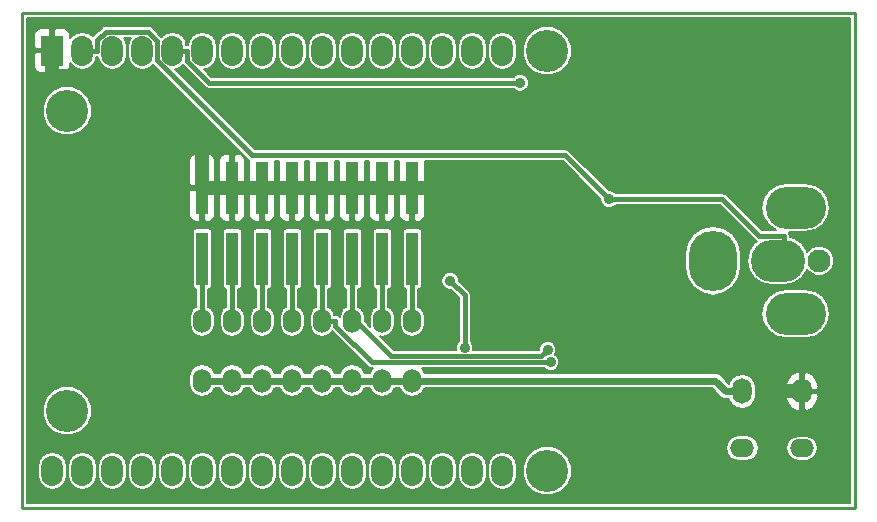
<source format=gtl>
G04 #@! TF.GenerationSoftware,KiCad,Pcbnew,no-vcs-found-0e71686~58~ubuntu16.04.1*
G04 #@! TF.CreationDate,2017-06-07T16:05:21-04:00*
G04 #@! TF.ProjectId,power_switch_controller_3x2,706F7765725F7377697463685F636F6E,1.0*
G04 #@! TF.FileFunction,Copper,L1,Top,Signal*
G04 #@! TF.FilePolarity,Positive*
%FSLAX46Y46*%
G04 Gerber Fmt 4.6, Leading zero omitted, Abs format (unit mm)*
G04 Created by KiCad (PCBNEW no-vcs-found-0e71686~58~ubuntu16.04.1) date Wed Jun  7 16:05:21 2017*
%MOMM*%
%LPD*%
G01*
G04 APERTURE LIST*
%ADD10C,0.100000*%
%ADD11C,0.228600*%
%ADD12C,3.556000*%
%ADD13O,1.854200X2.540000*%
%ADD14R,1.854200X2.540000*%
%ADD15O,2.032000X1.524000*%
%ADD16O,1.524000X2.032000*%
%ADD17C,1.930400*%
%ADD18O,4.572000X3.556000*%
%ADD19O,4.064000X5.080000*%
%ADD20O,5.080000X3.556000*%
%ADD21R,1.016000X4.495800*%
%ADD22O,1.651000X2.159000*%
%ADD23C,0.889000*%
%ADD24C,1.219200*%
%ADD25C,0.406400*%
%ADD26C,0.609600*%
%ADD27C,0.203200*%
G04 APERTURE END LIST*
D10*
D11*
X156210000Y-67945000D02*
X85725000Y-67945000D01*
X156210000Y-109855000D02*
X156210000Y-67945000D01*
X85725000Y-109855000D02*
X156210000Y-109855000D01*
X85725000Y-67945000D02*
X85725000Y-109855000D01*
D12*
X130175000Y-71120000D03*
X130175000Y-106680000D03*
X89535000Y-101600000D03*
X89535000Y-76200000D03*
D13*
X88265000Y-106680000D03*
X90805000Y-106680000D03*
X93345000Y-106680000D03*
X95885000Y-106680000D03*
X98425000Y-106680000D03*
X100965000Y-106680000D03*
X103505000Y-106680000D03*
X106045000Y-106680000D03*
X108585000Y-106680000D03*
X111125000Y-106680000D03*
X113665000Y-106680000D03*
X116205000Y-106680000D03*
X118745000Y-106680000D03*
X121285000Y-106680000D03*
X123825000Y-106680000D03*
X126365000Y-106680000D03*
X126365000Y-71120000D03*
X123825000Y-71120000D03*
X121285000Y-71120000D03*
X118745000Y-71120000D03*
X116205000Y-71120000D03*
X113665000Y-71120000D03*
X111125000Y-71120000D03*
X108585000Y-71120000D03*
X106045000Y-71120000D03*
X103505000Y-71120000D03*
X100965000Y-71120000D03*
X98425000Y-71120000D03*
X95885000Y-71120000D03*
D14*
X88265000Y-71120000D03*
D13*
X93345000Y-71120000D03*
X90805000Y-71120000D03*
D15*
X146685000Y-104775000D03*
X151765000Y-104775000D03*
D16*
X118745000Y-93980000D03*
X118745000Y-99060000D03*
X116205000Y-99060000D03*
X116205000Y-93980000D03*
X113665000Y-93980000D03*
X113665000Y-99060000D03*
X111125000Y-99060000D03*
X111125000Y-93980000D03*
X108585000Y-93980000D03*
X108585000Y-99060000D03*
X106045000Y-99060000D03*
X106045000Y-93980000D03*
X103505000Y-93980000D03*
X103505000Y-99060000D03*
X100965000Y-99060000D03*
X100965000Y-93980000D03*
D17*
X153212800Y-88900000D03*
D18*
X149707600Y-88900000D03*
D19*
X144221200Y-88900000D03*
D20*
X151206200Y-84404200D03*
X151206200Y-93395800D03*
D21*
X118745000Y-82727800D03*
X118745000Y-88722200D03*
X116205000Y-82727800D03*
X116205000Y-88722200D03*
X113665000Y-82727800D03*
X113665000Y-88722200D03*
X111125000Y-82727800D03*
X111125000Y-88722200D03*
X108585000Y-82727800D03*
X108585000Y-88722200D03*
X106045000Y-82727800D03*
X106045000Y-88722200D03*
X103505000Y-82727800D03*
X103505000Y-88722200D03*
X100965000Y-82727800D03*
X100965000Y-88722200D03*
D22*
X151765000Y-99974400D03*
X146685000Y-99974400D03*
D23*
X150495000Y-74930000D03*
X140335000Y-74930000D03*
X145415000Y-72390000D03*
X135407400Y-83697800D03*
X121971100Y-90610900D03*
X123177200Y-96253400D03*
X127873100Y-73826200D03*
X130208500Y-96459500D03*
X130458500Y-97516000D03*
D24*
X103505000Y-82727800D02*
X106045000Y-82727800D01*
X106045000Y-82727800D02*
X108585000Y-82727800D01*
X108585000Y-82727800D02*
X111125000Y-82727800D01*
X111125000Y-82727800D02*
X113665000Y-82727800D01*
X113665000Y-82727800D02*
X116205000Y-82727800D01*
X116205000Y-82727800D02*
X118745000Y-82727800D01*
X100965000Y-82727800D02*
X103505000Y-82727800D01*
X94602900Y-73253900D02*
X88265000Y-73253900D01*
X100965000Y-79616000D02*
X94602900Y-73253900D01*
X100965000Y-82727800D02*
X100965000Y-79616000D01*
X88265000Y-71120000D02*
X88265000Y-73253900D01*
X151765000Y-99974400D02*
X150075600Y-99974400D01*
X132384300Y-82727800D02*
X118745000Y-82727800D01*
X149630900Y-99974400D02*
X132384300Y-82727800D01*
X150075600Y-99974400D02*
X149630900Y-99974400D01*
D25*
X150215600Y-88900000D02*
X150215600Y-86791800D01*
X145013400Y-83697800D02*
X135407400Y-83697800D01*
X148107400Y-86791800D02*
X145013400Y-83697800D01*
X150215600Y-86791800D02*
X148107400Y-86791800D01*
X131683500Y-79973900D02*
X135407400Y-83697800D01*
X105191600Y-79973900D02*
X131683500Y-79973900D01*
X97155000Y-71937300D02*
X105191600Y-79973900D01*
X97155000Y-70277600D02*
X97155000Y-71937300D01*
X96396400Y-69519000D02*
X97155000Y-70277600D01*
X92798900Y-69519000D02*
X96396400Y-69519000D01*
X92062300Y-70255600D02*
X92798900Y-69519000D01*
X92062300Y-71120000D02*
X92062300Y-70255600D01*
X90805000Y-71120000D02*
X92062300Y-71120000D01*
D26*
X100965000Y-99060000D02*
X103505000Y-99060000D01*
X103505000Y-99060000D02*
X106045000Y-99060000D01*
X106045000Y-99060000D02*
X108585000Y-99060000D01*
X113665000Y-99060000D02*
X116205000Y-99060000D01*
X108585000Y-99060000D02*
X111125000Y-99060000D01*
X111125000Y-99060000D02*
X113665000Y-99060000D01*
X116205000Y-99060000D02*
X118745000Y-99060000D01*
X144386000Y-99060000D02*
X145300400Y-99974400D01*
X118745000Y-99060000D02*
X144386000Y-99060000D01*
X146685000Y-99974400D02*
X145300400Y-99974400D01*
D25*
X118745000Y-88722200D02*
X118745000Y-93980000D01*
X123177200Y-91817000D02*
X123177200Y-96253400D01*
X121971100Y-90610900D02*
X123177200Y-91817000D01*
X98425000Y-71120000D02*
X99682300Y-71120000D01*
X99682300Y-71983900D02*
X99682300Y-71120000D01*
X101524600Y-73826200D02*
X99682300Y-71983900D01*
X127873100Y-73826200D02*
X101524600Y-73826200D01*
X116205000Y-88722200D02*
X116205000Y-93980000D01*
X113665000Y-88722200D02*
X113665000Y-93684600D01*
X113665000Y-93684600D02*
X113665000Y-93980000D01*
X116988000Y-97007600D02*
X113665000Y-93684600D01*
X129660400Y-97007600D02*
X116988000Y-97007600D01*
X130208500Y-96459500D02*
X129660400Y-97007600D01*
X111125000Y-88722200D02*
X111125000Y-93980000D01*
X115343600Y-97516000D02*
X130458500Y-97516000D01*
X112217200Y-94389600D02*
X115343600Y-97516000D01*
X112217200Y-93980000D02*
X112217200Y-94389600D01*
X111125000Y-93980000D02*
X112217200Y-93980000D01*
X108585000Y-88722200D02*
X108585000Y-93980000D01*
X106045000Y-88722200D02*
X106045000Y-93980000D01*
X103505000Y-88722200D02*
X103505000Y-93980000D01*
X100965000Y-88722200D02*
X100965000Y-93980000D01*
D27*
G36*
X155790900Y-109435900D02*
X86144100Y-109435900D01*
X86144100Y-106306248D01*
X87033100Y-106306248D01*
X87033100Y-107053752D01*
X87126873Y-107525180D01*
X87393915Y-107924837D01*
X87793572Y-108191879D01*
X88265000Y-108285652D01*
X88736428Y-108191879D01*
X89136085Y-107924837D01*
X89403127Y-107525180D01*
X89496900Y-107053752D01*
X89496900Y-106306248D01*
X89573100Y-106306248D01*
X89573100Y-107053752D01*
X89666873Y-107525180D01*
X89933915Y-107924837D01*
X90333572Y-108191879D01*
X90805000Y-108285652D01*
X91276428Y-108191879D01*
X91676085Y-107924837D01*
X91943127Y-107525180D01*
X92036900Y-107053752D01*
X92036900Y-106306248D01*
X92113100Y-106306248D01*
X92113100Y-107053752D01*
X92206873Y-107525180D01*
X92473915Y-107924837D01*
X92873572Y-108191879D01*
X93345000Y-108285652D01*
X93816428Y-108191879D01*
X94216085Y-107924837D01*
X94483127Y-107525180D01*
X94576900Y-107053752D01*
X94576900Y-106306248D01*
X94653100Y-106306248D01*
X94653100Y-107053752D01*
X94746873Y-107525180D01*
X95013915Y-107924837D01*
X95413572Y-108191879D01*
X95885000Y-108285652D01*
X96356428Y-108191879D01*
X96756085Y-107924837D01*
X97023127Y-107525180D01*
X97116900Y-107053752D01*
X97116900Y-106306248D01*
X97193100Y-106306248D01*
X97193100Y-107053752D01*
X97286873Y-107525180D01*
X97553915Y-107924837D01*
X97953572Y-108191879D01*
X98425000Y-108285652D01*
X98896428Y-108191879D01*
X99296085Y-107924837D01*
X99563127Y-107525180D01*
X99656900Y-107053752D01*
X99656900Y-106306248D01*
X99733100Y-106306248D01*
X99733100Y-107053752D01*
X99826873Y-107525180D01*
X100093915Y-107924837D01*
X100493572Y-108191879D01*
X100965000Y-108285652D01*
X101436428Y-108191879D01*
X101836085Y-107924837D01*
X102103127Y-107525180D01*
X102196900Y-107053752D01*
X102196900Y-106306248D01*
X102273100Y-106306248D01*
X102273100Y-107053752D01*
X102366873Y-107525180D01*
X102633915Y-107924837D01*
X103033572Y-108191879D01*
X103505000Y-108285652D01*
X103976428Y-108191879D01*
X104376085Y-107924837D01*
X104643127Y-107525180D01*
X104736900Y-107053752D01*
X104736900Y-106306248D01*
X104813100Y-106306248D01*
X104813100Y-107053752D01*
X104906873Y-107525180D01*
X105173915Y-107924837D01*
X105573572Y-108191879D01*
X106045000Y-108285652D01*
X106516428Y-108191879D01*
X106916085Y-107924837D01*
X107183127Y-107525180D01*
X107276900Y-107053752D01*
X107276900Y-106306248D01*
X107353100Y-106306248D01*
X107353100Y-107053752D01*
X107446873Y-107525180D01*
X107713915Y-107924837D01*
X108113572Y-108191879D01*
X108585000Y-108285652D01*
X109056428Y-108191879D01*
X109456085Y-107924837D01*
X109723127Y-107525180D01*
X109816900Y-107053752D01*
X109816900Y-106306248D01*
X109893100Y-106306248D01*
X109893100Y-107053752D01*
X109986873Y-107525180D01*
X110253915Y-107924837D01*
X110653572Y-108191879D01*
X111125000Y-108285652D01*
X111596428Y-108191879D01*
X111996085Y-107924837D01*
X112263127Y-107525180D01*
X112356900Y-107053752D01*
X112356900Y-106306248D01*
X112433100Y-106306248D01*
X112433100Y-107053752D01*
X112526873Y-107525180D01*
X112793915Y-107924837D01*
X113193572Y-108191879D01*
X113665000Y-108285652D01*
X114136428Y-108191879D01*
X114536085Y-107924837D01*
X114803127Y-107525180D01*
X114896900Y-107053752D01*
X114896900Y-106306248D01*
X114973100Y-106306248D01*
X114973100Y-107053752D01*
X115066873Y-107525180D01*
X115333915Y-107924837D01*
X115733572Y-108191879D01*
X116205000Y-108285652D01*
X116676428Y-108191879D01*
X117076085Y-107924837D01*
X117343127Y-107525180D01*
X117436900Y-107053752D01*
X117436900Y-106306248D01*
X117513100Y-106306248D01*
X117513100Y-107053752D01*
X117606873Y-107525180D01*
X117873915Y-107924837D01*
X118273572Y-108191879D01*
X118745000Y-108285652D01*
X119216428Y-108191879D01*
X119616085Y-107924837D01*
X119883127Y-107525180D01*
X119976900Y-107053752D01*
X119976900Y-106306248D01*
X120053100Y-106306248D01*
X120053100Y-107053752D01*
X120146873Y-107525180D01*
X120413915Y-107924837D01*
X120813572Y-108191879D01*
X121285000Y-108285652D01*
X121756428Y-108191879D01*
X122156085Y-107924837D01*
X122423127Y-107525180D01*
X122516900Y-107053752D01*
X122516900Y-106306248D01*
X122593100Y-106306248D01*
X122593100Y-107053752D01*
X122686873Y-107525180D01*
X122953915Y-107924837D01*
X123353572Y-108191879D01*
X123825000Y-108285652D01*
X124296428Y-108191879D01*
X124696085Y-107924837D01*
X124963127Y-107525180D01*
X125056900Y-107053752D01*
X125056900Y-106306248D01*
X125133100Y-106306248D01*
X125133100Y-107053752D01*
X125226873Y-107525180D01*
X125493915Y-107924837D01*
X125893572Y-108191879D01*
X126365000Y-108285652D01*
X126836428Y-108191879D01*
X127236085Y-107924837D01*
X127503127Y-107525180D01*
X127589197Y-107092477D01*
X128091840Y-107092477D01*
X128408259Y-107858270D01*
X128993648Y-108444682D01*
X129758888Y-108762437D01*
X130587477Y-108763160D01*
X131353270Y-108446741D01*
X131939682Y-107861352D01*
X132257437Y-107096112D01*
X132258160Y-106267523D01*
X131941741Y-105501730D01*
X131356352Y-104915318D01*
X131018429Y-104775000D01*
X145286529Y-104775000D01*
X145371601Y-105202687D01*
X145613866Y-105565263D01*
X145976442Y-105807528D01*
X146404129Y-105892600D01*
X146965871Y-105892600D01*
X147393558Y-105807528D01*
X147756134Y-105565263D01*
X147998399Y-105202687D01*
X148083471Y-104775000D01*
X150418324Y-104775000D01*
X150499529Y-105183247D01*
X150730782Y-105529342D01*
X151076877Y-105760595D01*
X151485124Y-105841800D01*
X152044876Y-105841800D01*
X152453123Y-105760595D01*
X152799218Y-105529342D01*
X153030471Y-105183247D01*
X153111676Y-104775000D01*
X153030471Y-104366753D01*
X152799218Y-104020658D01*
X152453123Y-103789405D01*
X152044876Y-103708200D01*
X151485124Y-103708200D01*
X151076877Y-103789405D01*
X150730782Y-104020658D01*
X150499529Y-104366753D01*
X150418324Y-104775000D01*
X148083471Y-104775000D01*
X147998399Y-104347313D01*
X147756134Y-103984737D01*
X147393558Y-103742472D01*
X146965871Y-103657400D01*
X146404129Y-103657400D01*
X145976442Y-103742472D01*
X145613866Y-103984737D01*
X145371601Y-104347313D01*
X145286529Y-104775000D01*
X131018429Y-104775000D01*
X130591112Y-104597563D01*
X129762523Y-104596840D01*
X128996730Y-104913259D01*
X128410318Y-105498648D01*
X128092563Y-106263888D01*
X128091840Y-107092477D01*
X127589197Y-107092477D01*
X127596900Y-107053752D01*
X127596900Y-106306248D01*
X127503127Y-105834820D01*
X127236085Y-105435163D01*
X126836428Y-105168121D01*
X126365000Y-105074348D01*
X125893572Y-105168121D01*
X125493915Y-105435163D01*
X125226873Y-105834820D01*
X125133100Y-106306248D01*
X125056900Y-106306248D01*
X124963127Y-105834820D01*
X124696085Y-105435163D01*
X124296428Y-105168121D01*
X123825000Y-105074348D01*
X123353572Y-105168121D01*
X122953915Y-105435163D01*
X122686873Y-105834820D01*
X122593100Y-106306248D01*
X122516900Y-106306248D01*
X122423127Y-105834820D01*
X122156085Y-105435163D01*
X121756428Y-105168121D01*
X121285000Y-105074348D01*
X120813572Y-105168121D01*
X120413915Y-105435163D01*
X120146873Y-105834820D01*
X120053100Y-106306248D01*
X119976900Y-106306248D01*
X119883127Y-105834820D01*
X119616085Y-105435163D01*
X119216428Y-105168121D01*
X118745000Y-105074348D01*
X118273572Y-105168121D01*
X117873915Y-105435163D01*
X117606873Y-105834820D01*
X117513100Y-106306248D01*
X117436900Y-106306248D01*
X117343127Y-105834820D01*
X117076085Y-105435163D01*
X116676428Y-105168121D01*
X116205000Y-105074348D01*
X115733572Y-105168121D01*
X115333915Y-105435163D01*
X115066873Y-105834820D01*
X114973100Y-106306248D01*
X114896900Y-106306248D01*
X114803127Y-105834820D01*
X114536085Y-105435163D01*
X114136428Y-105168121D01*
X113665000Y-105074348D01*
X113193572Y-105168121D01*
X112793915Y-105435163D01*
X112526873Y-105834820D01*
X112433100Y-106306248D01*
X112356900Y-106306248D01*
X112263127Y-105834820D01*
X111996085Y-105435163D01*
X111596428Y-105168121D01*
X111125000Y-105074348D01*
X110653572Y-105168121D01*
X110253915Y-105435163D01*
X109986873Y-105834820D01*
X109893100Y-106306248D01*
X109816900Y-106306248D01*
X109723127Y-105834820D01*
X109456085Y-105435163D01*
X109056428Y-105168121D01*
X108585000Y-105074348D01*
X108113572Y-105168121D01*
X107713915Y-105435163D01*
X107446873Y-105834820D01*
X107353100Y-106306248D01*
X107276900Y-106306248D01*
X107183127Y-105834820D01*
X106916085Y-105435163D01*
X106516428Y-105168121D01*
X106045000Y-105074348D01*
X105573572Y-105168121D01*
X105173915Y-105435163D01*
X104906873Y-105834820D01*
X104813100Y-106306248D01*
X104736900Y-106306248D01*
X104643127Y-105834820D01*
X104376085Y-105435163D01*
X103976428Y-105168121D01*
X103505000Y-105074348D01*
X103033572Y-105168121D01*
X102633915Y-105435163D01*
X102366873Y-105834820D01*
X102273100Y-106306248D01*
X102196900Y-106306248D01*
X102103127Y-105834820D01*
X101836085Y-105435163D01*
X101436428Y-105168121D01*
X100965000Y-105074348D01*
X100493572Y-105168121D01*
X100093915Y-105435163D01*
X99826873Y-105834820D01*
X99733100Y-106306248D01*
X99656900Y-106306248D01*
X99563127Y-105834820D01*
X99296085Y-105435163D01*
X98896428Y-105168121D01*
X98425000Y-105074348D01*
X97953572Y-105168121D01*
X97553915Y-105435163D01*
X97286873Y-105834820D01*
X97193100Y-106306248D01*
X97116900Y-106306248D01*
X97023127Y-105834820D01*
X96756085Y-105435163D01*
X96356428Y-105168121D01*
X95885000Y-105074348D01*
X95413572Y-105168121D01*
X95013915Y-105435163D01*
X94746873Y-105834820D01*
X94653100Y-106306248D01*
X94576900Y-106306248D01*
X94483127Y-105834820D01*
X94216085Y-105435163D01*
X93816428Y-105168121D01*
X93345000Y-105074348D01*
X92873572Y-105168121D01*
X92473915Y-105435163D01*
X92206873Y-105834820D01*
X92113100Y-106306248D01*
X92036900Y-106306248D01*
X91943127Y-105834820D01*
X91676085Y-105435163D01*
X91276428Y-105168121D01*
X90805000Y-105074348D01*
X90333572Y-105168121D01*
X89933915Y-105435163D01*
X89666873Y-105834820D01*
X89573100Y-106306248D01*
X89496900Y-106306248D01*
X89403127Y-105834820D01*
X89136085Y-105435163D01*
X88736428Y-105168121D01*
X88265000Y-105074348D01*
X87793572Y-105168121D01*
X87393915Y-105435163D01*
X87126873Y-105834820D01*
X87033100Y-106306248D01*
X86144100Y-106306248D01*
X86144100Y-102012477D01*
X87451840Y-102012477D01*
X87768259Y-102778270D01*
X88353648Y-103364682D01*
X89118888Y-103682437D01*
X89947477Y-103683160D01*
X90713270Y-103366741D01*
X91299682Y-102781352D01*
X91617437Y-102016112D01*
X91618160Y-101187523D01*
X91301741Y-100421730D01*
X90716352Y-99835318D01*
X89951112Y-99517563D01*
X89122523Y-99516840D01*
X88356730Y-99833259D01*
X87770318Y-100418648D01*
X87452563Y-101183888D01*
X87451840Y-102012477D01*
X86144100Y-102012477D01*
X86144100Y-98779129D01*
X99847400Y-98779129D01*
X99847400Y-99340871D01*
X99932472Y-99768558D01*
X100174737Y-100131134D01*
X100537313Y-100373399D01*
X100965000Y-100458471D01*
X101392687Y-100373399D01*
X101755263Y-100131134D01*
X101997528Y-99768558D01*
X102007107Y-99720400D01*
X102462893Y-99720400D01*
X102472472Y-99768558D01*
X102714737Y-100131134D01*
X103077313Y-100373399D01*
X103505000Y-100458471D01*
X103932687Y-100373399D01*
X104295263Y-100131134D01*
X104537528Y-99768558D01*
X104547107Y-99720400D01*
X105002893Y-99720400D01*
X105012472Y-99768558D01*
X105254737Y-100131134D01*
X105617313Y-100373399D01*
X106045000Y-100458471D01*
X106472687Y-100373399D01*
X106835263Y-100131134D01*
X107077528Y-99768558D01*
X107087107Y-99720400D01*
X107542893Y-99720400D01*
X107552472Y-99768558D01*
X107794737Y-100131134D01*
X108157313Y-100373399D01*
X108585000Y-100458471D01*
X109012687Y-100373399D01*
X109375263Y-100131134D01*
X109617528Y-99768558D01*
X109627107Y-99720400D01*
X110082893Y-99720400D01*
X110092472Y-99768558D01*
X110334737Y-100131134D01*
X110697313Y-100373399D01*
X111125000Y-100458471D01*
X111552687Y-100373399D01*
X111915263Y-100131134D01*
X112157528Y-99768558D01*
X112167107Y-99720400D01*
X112622893Y-99720400D01*
X112632472Y-99768558D01*
X112874737Y-100131134D01*
X113237313Y-100373399D01*
X113665000Y-100458471D01*
X114092687Y-100373399D01*
X114455263Y-100131134D01*
X114697528Y-99768558D01*
X114707107Y-99720400D01*
X115162893Y-99720400D01*
X115172472Y-99768558D01*
X115414737Y-100131134D01*
X115777313Y-100373399D01*
X116205000Y-100458471D01*
X116632687Y-100373399D01*
X116995263Y-100131134D01*
X117237528Y-99768558D01*
X117247107Y-99720400D01*
X117702893Y-99720400D01*
X117712472Y-99768558D01*
X117954737Y-100131134D01*
X118317313Y-100373399D01*
X118745000Y-100458471D01*
X119172687Y-100373399D01*
X119535263Y-100131134D01*
X119777528Y-99768558D01*
X119787107Y-99720400D01*
X144112454Y-99720400D01*
X144833427Y-100441373D01*
X145047676Y-100584530D01*
X145300400Y-100634800D01*
X145579146Y-100634800D01*
X145593806Y-100708502D01*
X145849836Y-101091679D01*
X146233013Y-101347709D01*
X146685000Y-101437615D01*
X147136987Y-101347709D01*
X147520164Y-101091679D01*
X147776194Y-100708502D01*
X147846830Y-100353391D01*
X150326364Y-100353391D01*
X150483706Y-100894419D01*
X150836113Y-101334051D01*
X151329935Y-101605358D01*
X151391247Y-101613976D01*
X151612600Y-101502014D01*
X151612600Y-100126800D01*
X151917400Y-100126800D01*
X151917400Y-101502014D01*
X152138753Y-101613976D01*
X152200065Y-101605358D01*
X152693887Y-101334051D01*
X153046294Y-100894419D01*
X153203636Y-100353391D01*
X153053077Y-100126800D01*
X151917400Y-100126800D01*
X151612600Y-100126800D01*
X150476923Y-100126800D01*
X150326364Y-100353391D01*
X147846830Y-100353391D01*
X147866100Y-100256515D01*
X147866100Y-99692285D01*
X147846831Y-99595409D01*
X150326364Y-99595409D01*
X150476923Y-99822000D01*
X151612600Y-99822000D01*
X151612600Y-98446786D01*
X151917400Y-98446786D01*
X151917400Y-99822000D01*
X153053077Y-99822000D01*
X153203636Y-99595409D01*
X153046294Y-99054381D01*
X152693887Y-98614749D01*
X152200065Y-98343442D01*
X152138753Y-98334824D01*
X151917400Y-98446786D01*
X151612600Y-98446786D01*
X151391247Y-98334824D01*
X151329935Y-98343442D01*
X150836113Y-98614749D01*
X150483706Y-99054381D01*
X150326364Y-99595409D01*
X147846831Y-99595409D01*
X147776194Y-99240298D01*
X147520164Y-98857121D01*
X147136987Y-98601091D01*
X146685000Y-98511185D01*
X146233013Y-98601091D01*
X145849836Y-98857121D01*
X145593806Y-99240298D01*
X145579146Y-99314000D01*
X145573946Y-99314000D01*
X144852973Y-98593027D01*
X144638724Y-98449870D01*
X144386000Y-98399600D01*
X119787107Y-98399600D01*
X119777528Y-98351442D01*
X119558739Y-98024000D01*
X129906867Y-98024000D01*
X130033501Y-98150856D01*
X130308801Y-98265170D01*
X130606891Y-98265430D01*
X130882390Y-98151596D01*
X131093356Y-97940999D01*
X131207670Y-97665699D01*
X131207930Y-97367609D01*
X131094096Y-97092110D01*
X130883499Y-96881144D01*
X130850448Y-96867420D01*
X130957670Y-96609199D01*
X130957930Y-96311109D01*
X130844096Y-96035610D01*
X130633499Y-95824644D01*
X130358199Y-95710330D01*
X130060109Y-95710070D01*
X129784610Y-95823904D01*
X129573644Y-96034501D01*
X129459330Y-96309801D01*
X129459172Y-96490407D01*
X129449980Y-96499600D01*
X123886299Y-96499600D01*
X123926370Y-96403099D01*
X123926630Y-96105009D01*
X123812796Y-95829510D01*
X123685200Y-95701690D01*
X123685200Y-93395800D01*
X148305667Y-93395800D01*
X148464211Y-94192853D01*
X148915705Y-94868562D01*
X149591414Y-95320056D01*
X150388467Y-95478600D01*
X152023933Y-95478600D01*
X152820986Y-95320056D01*
X153496695Y-94868562D01*
X153948189Y-94192853D01*
X154106733Y-93395800D01*
X153948189Y-92598747D01*
X153496695Y-91923038D01*
X152820986Y-91471544D01*
X152023933Y-91313000D01*
X150388467Y-91313000D01*
X149591414Y-91471544D01*
X148915705Y-91923038D01*
X148464211Y-92598747D01*
X148305667Y-93395800D01*
X123685200Y-93395800D01*
X123685200Y-91817000D01*
X123646531Y-91622597D01*
X123536410Y-91457790D01*
X122720374Y-90641754D01*
X122720530Y-90462509D01*
X122606696Y-90187010D01*
X122396099Y-89976044D01*
X122120799Y-89861730D01*
X121822709Y-89861470D01*
X121547210Y-89975304D01*
X121336244Y-90185901D01*
X121221930Y-90461201D01*
X121221670Y-90759291D01*
X121335504Y-91034790D01*
X121546101Y-91245756D01*
X121821401Y-91360070D01*
X122002008Y-91360228D01*
X122669200Y-92027420D01*
X122669200Y-95701767D01*
X122542344Y-95828401D01*
X122428030Y-96103701D01*
X122427770Y-96401791D01*
X122468184Y-96499600D01*
X117198420Y-96499600D01*
X115980925Y-95282105D01*
X116205000Y-95326676D01*
X116613247Y-95245471D01*
X116959342Y-95014218D01*
X117190595Y-94668123D01*
X117271800Y-94259876D01*
X117271800Y-93700124D01*
X117678200Y-93700124D01*
X117678200Y-94259876D01*
X117759405Y-94668123D01*
X117990658Y-95014218D01*
X118336753Y-95245471D01*
X118745000Y-95326676D01*
X119153247Y-95245471D01*
X119499342Y-95014218D01*
X119730595Y-94668123D01*
X119811800Y-94259876D01*
X119811800Y-93700124D01*
X119730595Y-93291877D01*
X119499342Y-92945782D01*
X119253000Y-92781182D01*
X119253000Y-91280871D01*
X119371927Y-91257215D01*
X119472748Y-91189848D01*
X119540115Y-91089027D01*
X119563771Y-90970100D01*
X119563771Y-88335272D01*
X141833600Y-88335272D01*
X141833600Y-89464728D01*
X142015345Y-90378423D01*
X142532912Y-91153016D01*
X143307505Y-91670583D01*
X144221200Y-91852328D01*
X145134895Y-91670583D01*
X145909488Y-91153016D01*
X146427055Y-90378423D01*
X146608800Y-89464728D01*
X146608800Y-88335272D01*
X146427055Y-87421577D01*
X145909488Y-86646984D01*
X145134895Y-86129417D01*
X144221200Y-85947672D01*
X143307505Y-86129417D01*
X142532912Y-86646984D01*
X142015345Y-87421577D01*
X141833600Y-88335272D01*
X119563771Y-88335272D01*
X119563771Y-86474300D01*
X119540115Y-86355373D01*
X119472748Y-86254552D01*
X119371927Y-86187185D01*
X119253000Y-86163529D01*
X118237000Y-86163529D01*
X118118073Y-86187185D01*
X118017252Y-86254552D01*
X117949885Y-86355373D01*
X117926229Y-86474300D01*
X117926229Y-90970100D01*
X117949885Y-91089027D01*
X118017252Y-91189848D01*
X118118073Y-91257215D01*
X118237000Y-91280871D01*
X118237000Y-92781182D01*
X117990658Y-92945782D01*
X117759405Y-93291877D01*
X117678200Y-93700124D01*
X117271800Y-93700124D01*
X117190595Y-93291877D01*
X116959342Y-92945782D01*
X116713000Y-92781182D01*
X116713000Y-91280871D01*
X116831927Y-91257215D01*
X116932748Y-91189848D01*
X117000115Y-91089027D01*
X117023771Y-90970100D01*
X117023771Y-86474300D01*
X117000115Y-86355373D01*
X116932748Y-86254552D01*
X116831927Y-86187185D01*
X116713000Y-86163529D01*
X115697000Y-86163529D01*
X115578073Y-86187185D01*
X115477252Y-86254552D01*
X115409885Y-86355373D01*
X115386229Y-86474300D01*
X115386229Y-90970100D01*
X115409885Y-91089027D01*
X115477252Y-91189848D01*
X115578073Y-91257215D01*
X115697000Y-91280871D01*
X115697000Y-92781182D01*
X115450658Y-92945782D01*
X115219405Y-93291877D01*
X115138200Y-93700124D01*
X115138200Y-94259876D01*
X115182771Y-94483951D01*
X114731800Y-94032980D01*
X114731800Y-93700124D01*
X114650595Y-93291877D01*
X114419342Y-92945782D01*
X114173000Y-92781182D01*
X114173000Y-91280871D01*
X114291927Y-91257215D01*
X114392748Y-91189848D01*
X114460115Y-91089027D01*
X114483771Y-90970100D01*
X114483771Y-86474300D01*
X114460115Y-86355373D01*
X114392748Y-86254552D01*
X114291927Y-86187185D01*
X114173000Y-86163529D01*
X113157000Y-86163529D01*
X113038073Y-86187185D01*
X112937252Y-86254552D01*
X112869885Y-86355373D01*
X112846229Y-86474300D01*
X112846229Y-90970100D01*
X112869885Y-91089027D01*
X112937252Y-91189848D01*
X113038073Y-91257215D01*
X113157000Y-91280871D01*
X113157000Y-92781182D01*
X112910658Y-92945782D01*
X112679405Y-93291877D01*
X112605362Y-93664119D01*
X112576410Y-93620790D01*
X112411603Y-93510669D01*
X112217200Y-93472000D01*
X112146424Y-93472000D01*
X112110595Y-93291877D01*
X111879342Y-92945782D01*
X111633000Y-92781182D01*
X111633000Y-91280871D01*
X111751927Y-91257215D01*
X111852748Y-91189848D01*
X111920115Y-91089027D01*
X111943771Y-90970100D01*
X111943771Y-86474300D01*
X111920115Y-86355373D01*
X111852748Y-86254552D01*
X111751927Y-86187185D01*
X111633000Y-86163529D01*
X110617000Y-86163529D01*
X110498073Y-86187185D01*
X110397252Y-86254552D01*
X110329885Y-86355373D01*
X110306229Y-86474300D01*
X110306229Y-90970100D01*
X110329885Y-91089027D01*
X110397252Y-91189848D01*
X110498073Y-91257215D01*
X110617000Y-91280871D01*
X110617000Y-92781182D01*
X110370658Y-92945782D01*
X110139405Y-93291877D01*
X110058200Y-93700124D01*
X110058200Y-94259876D01*
X110139405Y-94668123D01*
X110370658Y-95014218D01*
X110716753Y-95245471D01*
X111125000Y-95326676D01*
X111533247Y-95245471D01*
X111879342Y-95014218D01*
X111977097Y-94867917D01*
X114984390Y-97875210D01*
X115149196Y-97985331D01*
X115181450Y-97991746D01*
X115343600Y-98024000D01*
X115391261Y-98024000D01*
X115172472Y-98351442D01*
X115162893Y-98399600D01*
X114707107Y-98399600D01*
X114697528Y-98351442D01*
X114455263Y-97988866D01*
X114092687Y-97746601D01*
X113665000Y-97661529D01*
X113237313Y-97746601D01*
X112874737Y-97988866D01*
X112632472Y-98351442D01*
X112622893Y-98399600D01*
X112167107Y-98399600D01*
X112157528Y-98351442D01*
X111915263Y-97988866D01*
X111552687Y-97746601D01*
X111125000Y-97661529D01*
X110697313Y-97746601D01*
X110334737Y-97988866D01*
X110092472Y-98351442D01*
X110082893Y-98399600D01*
X109627107Y-98399600D01*
X109617528Y-98351442D01*
X109375263Y-97988866D01*
X109012687Y-97746601D01*
X108585000Y-97661529D01*
X108157313Y-97746601D01*
X107794737Y-97988866D01*
X107552472Y-98351442D01*
X107542893Y-98399600D01*
X107087107Y-98399600D01*
X107077528Y-98351442D01*
X106835263Y-97988866D01*
X106472687Y-97746601D01*
X106045000Y-97661529D01*
X105617313Y-97746601D01*
X105254737Y-97988866D01*
X105012472Y-98351442D01*
X105002893Y-98399600D01*
X104547107Y-98399600D01*
X104537528Y-98351442D01*
X104295263Y-97988866D01*
X103932687Y-97746601D01*
X103505000Y-97661529D01*
X103077313Y-97746601D01*
X102714737Y-97988866D01*
X102472472Y-98351442D01*
X102462893Y-98399600D01*
X102007107Y-98399600D01*
X101997528Y-98351442D01*
X101755263Y-97988866D01*
X101392687Y-97746601D01*
X100965000Y-97661529D01*
X100537313Y-97746601D01*
X100174737Y-97988866D01*
X99932472Y-98351442D01*
X99847400Y-98779129D01*
X86144100Y-98779129D01*
X86144100Y-93700124D01*
X99898200Y-93700124D01*
X99898200Y-94259876D01*
X99979405Y-94668123D01*
X100210658Y-95014218D01*
X100556753Y-95245471D01*
X100965000Y-95326676D01*
X101373247Y-95245471D01*
X101719342Y-95014218D01*
X101950595Y-94668123D01*
X102031800Y-94259876D01*
X102031800Y-93700124D01*
X102438200Y-93700124D01*
X102438200Y-94259876D01*
X102519405Y-94668123D01*
X102750658Y-95014218D01*
X103096753Y-95245471D01*
X103505000Y-95326676D01*
X103913247Y-95245471D01*
X104259342Y-95014218D01*
X104490595Y-94668123D01*
X104571800Y-94259876D01*
X104571800Y-93700124D01*
X104978200Y-93700124D01*
X104978200Y-94259876D01*
X105059405Y-94668123D01*
X105290658Y-95014218D01*
X105636753Y-95245471D01*
X106045000Y-95326676D01*
X106453247Y-95245471D01*
X106799342Y-95014218D01*
X107030595Y-94668123D01*
X107111800Y-94259876D01*
X107111800Y-93700124D01*
X107518200Y-93700124D01*
X107518200Y-94259876D01*
X107599405Y-94668123D01*
X107830658Y-95014218D01*
X108176753Y-95245471D01*
X108585000Y-95326676D01*
X108993247Y-95245471D01*
X109339342Y-95014218D01*
X109570595Y-94668123D01*
X109651800Y-94259876D01*
X109651800Y-93700124D01*
X109570595Y-93291877D01*
X109339342Y-92945782D01*
X109093000Y-92781182D01*
X109093000Y-91280871D01*
X109211927Y-91257215D01*
X109312748Y-91189848D01*
X109380115Y-91089027D01*
X109403771Y-90970100D01*
X109403771Y-86474300D01*
X109380115Y-86355373D01*
X109312748Y-86254552D01*
X109211927Y-86187185D01*
X109093000Y-86163529D01*
X108077000Y-86163529D01*
X107958073Y-86187185D01*
X107857252Y-86254552D01*
X107789885Y-86355373D01*
X107766229Y-86474300D01*
X107766229Y-90970100D01*
X107789885Y-91089027D01*
X107857252Y-91189848D01*
X107958073Y-91257215D01*
X108077000Y-91280871D01*
X108077000Y-92781182D01*
X107830658Y-92945782D01*
X107599405Y-93291877D01*
X107518200Y-93700124D01*
X107111800Y-93700124D01*
X107030595Y-93291877D01*
X106799342Y-92945782D01*
X106553000Y-92781182D01*
X106553000Y-91280871D01*
X106671927Y-91257215D01*
X106772748Y-91189848D01*
X106840115Y-91089027D01*
X106863771Y-90970100D01*
X106863771Y-86474300D01*
X106840115Y-86355373D01*
X106772748Y-86254552D01*
X106671927Y-86187185D01*
X106553000Y-86163529D01*
X105537000Y-86163529D01*
X105418073Y-86187185D01*
X105317252Y-86254552D01*
X105249885Y-86355373D01*
X105226229Y-86474300D01*
X105226229Y-90970100D01*
X105249885Y-91089027D01*
X105317252Y-91189848D01*
X105418073Y-91257215D01*
X105537000Y-91280871D01*
X105537000Y-92781182D01*
X105290658Y-92945782D01*
X105059405Y-93291877D01*
X104978200Y-93700124D01*
X104571800Y-93700124D01*
X104490595Y-93291877D01*
X104259342Y-92945782D01*
X104013000Y-92781182D01*
X104013000Y-91280871D01*
X104131927Y-91257215D01*
X104232748Y-91189848D01*
X104300115Y-91089027D01*
X104323771Y-90970100D01*
X104323771Y-86474300D01*
X104300115Y-86355373D01*
X104232748Y-86254552D01*
X104131927Y-86187185D01*
X104013000Y-86163529D01*
X102997000Y-86163529D01*
X102878073Y-86187185D01*
X102777252Y-86254552D01*
X102709885Y-86355373D01*
X102686229Y-86474300D01*
X102686229Y-90970100D01*
X102709885Y-91089027D01*
X102777252Y-91189848D01*
X102878073Y-91257215D01*
X102997000Y-91280871D01*
X102997000Y-92781182D01*
X102750658Y-92945782D01*
X102519405Y-93291877D01*
X102438200Y-93700124D01*
X102031800Y-93700124D01*
X101950595Y-93291877D01*
X101719342Y-92945782D01*
X101473000Y-92781182D01*
X101473000Y-91280871D01*
X101591927Y-91257215D01*
X101692748Y-91189848D01*
X101760115Y-91089027D01*
X101783771Y-90970100D01*
X101783771Y-86474300D01*
X101760115Y-86355373D01*
X101692748Y-86254552D01*
X101591927Y-86187185D01*
X101473000Y-86163529D01*
X100457000Y-86163529D01*
X100338073Y-86187185D01*
X100237252Y-86254552D01*
X100169885Y-86355373D01*
X100146229Y-86474300D01*
X100146229Y-90970100D01*
X100169885Y-91089027D01*
X100237252Y-91189848D01*
X100338073Y-91257215D01*
X100457000Y-91280871D01*
X100457000Y-92781182D01*
X100210658Y-92945782D01*
X99979405Y-93291877D01*
X99898200Y-93700124D01*
X86144100Y-93700124D01*
X86144100Y-83032600D01*
X99847400Y-83032600D01*
X99847400Y-85096957D01*
X99940206Y-85321011D01*
X100111689Y-85492494D01*
X100335743Y-85585300D01*
X100660200Y-85585300D01*
X100812600Y-85432900D01*
X100812600Y-82880200D01*
X101117400Y-82880200D01*
X101117400Y-85432900D01*
X101269800Y-85585300D01*
X101594257Y-85585300D01*
X101818311Y-85492494D01*
X101989794Y-85321011D01*
X102082600Y-85096957D01*
X102082600Y-83032600D01*
X102387400Y-83032600D01*
X102387400Y-85096957D01*
X102480206Y-85321011D01*
X102651689Y-85492494D01*
X102875743Y-85585300D01*
X103200200Y-85585300D01*
X103352600Y-85432900D01*
X103352600Y-82880200D01*
X103657400Y-82880200D01*
X103657400Y-85432900D01*
X103809800Y-85585300D01*
X104134257Y-85585300D01*
X104358311Y-85492494D01*
X104529794Y-85321011D01*
X104622600Y-85096957D01*
X104622600Y-83032600D01*
X104927400Y-83032600D01*
X104927400Y-85096957D01*
X105020206Y-85321011D01*
X105191689Y-85492494D01*
X105415743Y-85585300D01*
X105740200Y-85585300D01*
X105892600Y-85432900D01*
X105892600Y-82880200D01*
X106197400Y-82880200D01*
X106197400Y-85432900D01*
X106349800Y-85585300D01*
X106674257Y-85585300D01*
X106898311Y-85492494D01*
X107069794Y-85321011D01*
X107162600Y-85096957D01*
X107162600Y-83032600D01*
X107467400Y-83032600D01*
X107467400Y-85096957D01*
X107560206Y-85321011D01*
X107731689Y-85492494D01*
X107955743Y-85585300D01*
X108280200Y-85585300D01*
X108432600Y-85432900D01*
X108432600Y-82880200D01*
X108737400Y-82880200D01*
X108737400Y-85432900D01*
X108889800Y-85585300D01*
X109214257Y-85585300D01*
X109438311Y-85492494D01*
X109609794Y-85321011D01*
X109702600Y-85096957D01*
X109702600Y-83032600D01*
X110007400Y-83032600D01*
X110007400Y-85096957D01*
X110100206Y-85321011D01*
X110271689Y-85492494D01*
X110495743Y-85585300D01*
X110820200Y-85585300D01*
X110972600Y-85432900D01*
X110972600Y-82880200D01*
X111277400Y-82880200D01*
X111277400Y-85432900D01*
X111429800Y-85585300D01*
X111754257Y-85585300D01*
X111978311Y-85492494D01*
X112149794Y-85321011D01*
X112242600Y-85096957D01*
X112242600Y-83032600D01*
X112547400Y-83032600D01*
X112547400Y-85096957D01*
X112640206Y-85321011D01*
X112811689Y-85492494D01*
X113035743Y-85585300D01*
X113360200Y-85585300D01*
X113512600Y-85432900D01*
X113512600Y-82880200D01*
X113817400Y-82880200D01*
X113817400Y-85432900D01*
X113969800Y-85585300D01*
X114294257Y-85585300D01*
X114518311Y-85492494D01*
X114689794Y-85321011D01*
X114782600Y-85096957D01*
X114782600Y-83032600D01*
X115087400Y-83032600D01*
X115087400Y-85096957D01*
X115180206Y-85321011D01*
X115351689Y-85492494D01*
X115575743Y-85585300D01*
X115900200Y-85585300D01*
X116052600Y-85432900D01*
X116052600Y-82880200D01*
X116357400Y-82880200D01*
X116357400Y-85432900D01*
X116509800Y-85585300D01*
X116834257Y-85585300D01*
X117058311Y-85492494D01*
X117229794Y-85321011D01*
X117322600Y-85096957D01*
X117322600Y-83032600D01*
X117627400Y-83032600D01*
X117627400Y-85096957D01*
X117720206Y-85321011D01*
X117891689Y-85492494D01*
X118115743Y-85585300D01*
X118440200Y-85585300D01*
X118592600Y-85432900D01*
X118592600Y-82880200D01*
X118897400Y-82880200D01*
X118897400Y-85432900D01*
X119049800Y-85585300D01*
X119374257Y-85585300D01*
X119598311Y-85492494D01*
X119769794Y-85321011D01*
X119862600Y-85096957D01*
X119862600Y-83032600D01*
X119710200Y-82880200D01*
X118897400Y-82880200D01*
X118592600Y-82880200D01*
X117779800Y-82880200D01*
X117627400Y-83032600D01*
X117322600Y-83032600D01*
X117170200Y-82880200D01*
X116357400Y-82880200D01*
X116052600Y-82880200D01*
X115239800Y-82880200D01*
X115087400Y-83032600D01*
X114782600Y-83032600D01*
X114630200Y-82880200D01*
X113817400Y-82880200D01*
X113512600Y-82880200D01*
X112699800Y-82880200D01*
X112547400Y-83032600D01*
X112242600Y-83032600D01*
X112090200Y-82880200D01*
X111277400Y-82880200D01*
X110972600Y-82880200D01*
X110159800Y-82880200D01*
X110007400Y-83032600D01*
X109702600Y-83032600D01*
X109550200Y-82880200D01*
X108737400Y-82880200D01*
X108432600Y-82880200D01*
X107619800Y-82880200D01*
X107467400Y-83032600D01*
X107162600Y-83032600D01*
X107010200Y-82880200D01*
X106197400Y-82880200D01*
X105892600Y-82880200D01*
X105079800Y-82880200D01*
X104927400Y-83032600D01*
X104622600Y-83032600D01*
X104470200Y-82880200D01*
X103657400Y-82880200D01*
X103352600Y-82880200D01*
X102539800Y-82880200D01*
X102387400Y-83032600D01*
X102082600Y-83032600D01*
X101930200Y-82880200D01*
X101117400Y-82880200D01*
X100812600Y-82880200D01*
X99999800Y-82880200D01*
X99847400Y-83032600D01*
X86144100Y-83032600D01*
X86144100Y-80358643D01*
X99847400Y-80358643D01*
X99847400Y-82423000D01*
X99999800Y-82575400D01*
X100812600Y-82575400D01*
X100812600Y-80022700D01*
X101117400Y-80022700D01*
X101117400Y-82575400D01*
X101930200Y-82575400D01*
X102082600Y-82423000D01*
X102082600Y-80358643D01*
X102387400Y-80358643D01*
X102387400Y-82423000D01*
X102539800Y-82575400D01*
X103352600Y-82575400D01*
X103352600Y-80022700D01*
X103657400Y-80022700D01*
X103657400Y-82575400D01*
X104470200Y-82575400D01*
X104622600Y-82423000D01*
X104622600Y-80358643D01*
X104529794Y-80134589D01*
X104358311Y-79963106D01*
X104134257Y-79870300D01*
X103809800Y-79870300D01*
X103657400Y-80022700D01*
X103352600Y-80022700D01*
X103200200Y-79870300D01*
X102875743Y-79870300D01*
X102651689Y-79963106D01*
X102480206Y-80134589D01*
X102387400Y-80358643D01*
X102082600Y-80358643D01*
X101989794Y-80134589D01*
X101818311Y-79963106D01*
X101594257Y-79870300D01*
X101269800Y-79870300D01*
X101117400Y-80022700D01*
X100812600Y-80022700D01*
X100660200Y-79870300D01*
X100335743Y-79870300D01*
X100111689Y-79963106D01*
X99940206Y-80134589D01*
X99847400Y-80358643D01*
X86144100Y-80358643D01*
X86144100Y-76612477D01*
X87451840Y-76612477D01*
X87768259Y-77378270D01*
X88353648Y-77964682D01*
X89118888Y-78282437D01*
X89947477Y-78283160D01*
X90713270Y-77966741D01*
X91299682Y-77381352D01*
X91617437Y-76616112D01*
X91618160Y-75787523D01*
X91301741Y-75021730D01*
X90716352Y-74435318D01*
X89951112Y-74117563D01*
X89122523Y-74116840D01*
X88356730Y-74433259D01*
X87770318Y-75018648D01*
X87452563Y-75783888D01*
X87451840Y-76612477D01*
X86144100Y-76612477D01*
X86144100Y-71424800D01*
X86728300Y-71424800D01*
X86728300Y-72511257D01*
X86821106Y-72735311D01*
X86992589Y-72906794D01*
X87216643Y-72999600D01*
X87960200Y-72999600D01*
X88112600Y-72847200D01*
X88112600Y-71272400D01*
X86880700Y-71272400D01*
X86728300Y-71424800D01*
X86144100Y-71424800D01*
X86144100Y-69728743D01*
X86728300Y-69728743D01*
X86728300Y-70815200D01*
X86880700Y-70967600D01*
X88112600Y-70967600D01*
X88112600Y-69392800D01*
X88417400Y-69392800D01*
X88417400Y-70967600D01*
X88437400Y-70967600D01*
X88437400Y-71272400D01*
X88417400Y-71272400D01*
X88417400Y-72847200D01*
X88569800Y-72999600D01*
X89313357Y-72999600D01*
X89537411Y-72906794D01*
X89708894Y-72735311D01*
X89801700Y-72511257D01*
X89801700Y-72166963D01*
X89933915Y-72364837D01*
X90333572Y-72631879D01*
X90805000Y-72725652D01*
X91276428Y-72631879D01*
X91676085Y-72364837D01*
X91943127Y-71965180D01*
X92010196Y-71628000D01*
X92062300Y-71628000D01*
X92136854Y-71613170D01*
X92206873Y-71965180D01*
X92473915Y-72364837D01*
X92873572Y-72631879D01*
X93345000Y-72725652D01*
X93816428Y-72631879D01*
X94216085Y-72364837D01*
X94483127Y-71965180D01*
X94576900Y-71493752D01*
X94576900Y-70746248D01*
X94483127Y-70274820D01*
X94317539Y-70027000D01*
X94912461Y-70027000D01*
X94746873Y-70274820D01*
X94653100Y-70746248D01*
X94653100Y-71493752D01*
X94746873Y-71965180D01*
X95013915Y-72364837D01*
X95413572Y-72631879D01*
X95885000Y-72725652D01*
X96356428Y-72631879D01*
X96756085Y-72364837D01*
X96799357Y-72300077D01*
X104832390Y-80333110D01*
X104927400Y-80396594D01*
X104927400Y-82423000D01*
X105079800Y-82575400D01*
X105892600Y-82575400D01*
X105892600Y-82555400D01*
X106197400Y-82555400D01*
X106197400Y-82575400D01*
X107010200Y-82575400D01*
X107162600Y-82423000D01*
X107162600Y-80481900D01*
X107467400Y-80481900D01*
X107467400Y-82423000D01*
X107619800Y-82575400D01*
X108432600Y-82575400D01*
X108432600Y-82555400D01*
X108737400Y-82555400D01*
X108737400Y-82575400D01*
X109550200Y-82575400D01*
X109702600Y-82423000D01*
X109702600Y-80481900D01*
X110007400Y-80481900D01*
X110007400Y-82423000D01*
X110159800Y-82575400D01*
X110972600Y-82575400D01*
X110972600Y-82555400D01*
X111277400Y-82555400D01*
X111277400Y-82575400D01*
X112090200Y-82575400D01*
X112242600Y-82423000D01*
X112242600Y-80481900D01*
X112547400Y-80481900D01*
X112547400Y-82423000D01*
X112699800Y-82575400D01*
X113512600Y-82575400D01*
X113512600Y-82555400D01*
X113817400Y-82555400D01*
X113817400Y-82575400D01*
X114630200Y-82575400D01*
X114782600Y-82423000D01*
X114782600Y-80481900D01*
X115087400Y-80481900D01*
X115087400Y-82423000D01*
X115239800Y-82575400D01*
X116052600Y-82575400D01*
X116052600Y-82555400D01*
X116357400Y-82555400D01*
X116357400Y-82575400D01*
X117170200Y-82575400D01*
X117322600Y-82423000D01*
X117322600Y-80481900D01*
X117627400Y-80481900D01*
X117627400Y-82423000D01*
X117779800Y-82575400D01*
X118592600Y-82575400D01*
X118592600Y-82555400D01*
X118897400Y-82555400D01*
X118897400Y-82575400D01*
X119710200Y-82575400D01*
X119862600Y-82423000D01*
X119862600Y-80481900D01*
X131473080Y-80481900D01*
X134658126Y-83666946D01*
X134657970Y-83846191D01*
X134771804Y-84121690D01*
X134982401Y-84332656D01*
X135257701Y-84446970D01*
X135555791Y-84447230D01*
X135831290Y-84333396D01*
X135959110Y-84205800D01*
X144802980Y-84205800D01*
X147748190Y-87151010D01*
X147912997Y-87261131D01*
X147921998Y-87262921D01*
X147676081Y-87427238D01*
X147224587Y-88102947D01*
X147066043Y-88900000D01*
X147224587Y-89697053D01*
X147676081Y-90372762D01*
X148351790Y-90824256D01*
X149148843Y-90982800D01*
X150266357Y-90982800D01*
X151063410Y-90824256D01*
X151739119Y-90372762D01*
X152190613Y-89697053D01*
X152194495Y-89677538D01*
X152492463Y-89976026D01*
X152959073Y-90169779D01*
X153464310Y-90170220D01*
X153931258Y-89977282D01*
X154288826Y-89620337D01*
X154482579Y-89153727D01*
X154483020Y-88648490D01*
X154290082Y-88181542D01*
X153933137Y-87823974D01*
X153466527Y-87630221D01*
X152961290Y-87629780D01*
X152494342Y-87822718D01*
X152194425Y-88122112D01*
X152190613Y-88102947D01*
X151739119Y-87427238D01*
X151063410Y-86975744D01*
X150723600Y-86908151D01*
X150723600Y-86791800D01*
X150684931Y-86597397D01*
X150611166Y-86487000D01*
X152023933Y-86487000D01*
X152820986Y-86328456D01*
X153496695Y-85876962D01*
X153948189Y-85201253D01*
X154106733Y-84404200D01*
X153948189Y-83607147D01*
X153496695Y-82931438D01*
X152820986Y-82479944D01*
X152023933Y-82321400D01*
X150388467Y-82321400D01*
X149591414Y-82479944D01*
X148915705Y-82931438D01*
X148464211Y-83607147D01*
X148305667Y-84404200D01*
X148464211Y-85201253D01*
X148915705Y-85876962D01*
X149524582Y-86283800D01*
X148317820Y-86283800D01*
X145372610Y-83338590D01*
X145207803Y-83228469D01*
X145013400Y-83189800D01*
X135959033Y-83189800D01*
X135832399Y-83062944D01*
X135557099Y-82948630D01*
X135376492Y-82948472D01*
X132042710Y-79614690D01*
X131877903Y-79504569D01*
X131683500Y-79465900D01*
X105402020Y-79465900D01*
X98622489Y-72686369D01*
X98896428Y-72631879D01*
X99296085Y-72364837D01*
X99316846Y-72333766D01*
X99323090Y-72343110D01*
X101165390Y-74185410D01*
X101330197Y-74295531D01*
X101524600Y-74334200D01*
X127321467Y-74334200D01*
X127448101Y-74461056D01*
X127723401Y-74575370D01*
X128021491Y-74575630D01*
X128296990Y-74461796D01*
X128507956Y-74251199D01*
X128622270Y-73975899D01*
X128622530Y-73677809D01*
X128508696Y-73402310D01*
X128298099Y-73191344D01*
X128022799Y-73077030D01*
X127724709Y-73076770D01*
X127449210Y-73190604D01*
X127321390Y-73318200D01*
X101735020Y-73318200D01*
X101113027Y-72696207D01*
X101436428Y-72631879D01*
X101836085Y-72364837D01*
X102103127Y-71965180D01*
X102196900Y-71493752D01*
X102196900Y-70746248D01*
X102273100Y-70746248D01*
X102273100Y-71493752D01*
X102366873Y-71965180D01*
X102633915Y-72364837D01*
X103033572Y-72631879D01*
X103505000Y-72725652D01*
X103976428Y-72631879D01*
X104376085Y-72364837D01*
X104643127Y-71965180D01*
X104736900Y-71493752D01*
X104736900Y-70746248D01*
X104813100Y-70746248D01*
X104813100Y-71493752D01*
X104906873Y-71965180D01*
X105173915Y-72364837D01*
X105573572Y-72631879D01*
X106045000Y-72725652D01*
X106516428Y-72631879D01*
X106916085Y-72364837D01*
X107183127Y-71965180D01*
X107276900Y-71493752D01*
X107276900Y-70746248D01*
X107353100Y-70746248D01*
X107353100Y-71493752D01*
X107446873Y-71965180D01*
X107713915Y-72364837D01*
X108113572Y-72631879D01*
X108585000Y-72725652D01*
X109056428Y-72631879D01*
X109456085Y-72364837D01*
X109723127Y-71965180D01*
X109816900Y-71493752D01*
X109816900Y-70746248D01*
X109893100Y-70746248D01*
X109893100Y-71493752D01*
X109986873Y-71965180D01*
X110253915Y-72364837D01*
X110653572Y-72631879D01*
X111125000Y-72725652D01*
X111596428Y-72631879D01*
X111996085Y-72364837D01*
X112263127Y-71965180D01*
X112356900Y-71493752D01*
X112356900Y-70746248D01*
X112433100Y-70746248D01*
X112433100Y-71493752D01*
X112526873Y-71965180D01*
X112793915Y-72364837D01*
X113193572Y-72631879D01*
X113665000Y-72725652D01*
X114136428Y-72631879D01*
X114536085Y-72364837D01*
X114803127Y-71965180D01*
X114896900Y-71493752D01*
X114896900Y-70746248D01*
X114973100Y-70746248D01*
X114973100Y-71493752D01*
X115066873Y-71965180D01*
X115333915Y-72364837D01*
X115733572Y-72631879D01*
X116205000Y-72725652D01*
X116676428Y-72631879D01*
X117076085Y-72364837D01*
X117343127Y-71965180D01*
X117436900Y-71493752D01*
X117436900Y-70746248D01*
X117513100Y-70746248D01*
X117513100Y-71493752D01*
X117606873Y-71965180D01*
X117873915Y-72364837D01*
X118273572Y-72631879D01*
X118745000Y-72725652D01*
X119216428Y-72631879D01*
X119616085Y-72364837D01*
X119883127Y-71965180D01*
X119976900Y-71493752D01*
X119976900Y-70746248D01*
X120053100Y-70746248D01*
X120053100Y-71493752D01*
X120146873Y-71965180D01*
X120413915Y-72364837D01*
X120813572Y-72631879D01*
X121285000Y-72725652D01*
X121756428Y-72631879D01*
X122156085Y-72364837D01*
X122423127Y-71965180D01*
X122516900Y-71493752D01*
X122516900Y-70746248D01*
X122593100Y-70746248D01*
X122593100Y-71493752D01*
X122686873Y-71965180D01*
X122953915Y-72364837D01*
X123353572Y-72631879D01*
X123825000Y-72725652D01*
X124296428Y-72631879D01*
X124696085Y-72364837D01*
X124963127Y-71965180D01*
X125056900Y-71493752D01*
X125056900Y-70746248D01*
X125133100Y-70746248D01*
X125133100Y-71493752D01*
X125226873Y-71965180D01*
X125493915Y-72364837D01*
X125893572Y-72631879D01*
X126365000Y-72725652D01*
X126836428Y-72631879D01*
X127236085Y-72364837D01*
X127503127Y-71965180D01*
X127589197Y-71532477D01*
X128091840Y-71532477D01*
X128408259Y-72298270D01*
X128993648Y-72884682D01*
X129758888Y-73202437D01*
X130587477Y-73203160D01*
X131353270Y-72886741D01*
X131939682Y-72301352D01*
X132257437Y-71536112D01*
X132258160Y-70707523D01*
X131941741Y-69941730D01*
X131356352Y-69355318D01*
X130591112Y-69037563D01*
X129762523Y-69036840D01*
X128996730Y-69353259D01*
X128410318Y-69938648D01*
X128092563Y-70703888D01*
X128091840Y-71532477D01*
X127589197Y-71532477D01*
X127596900Y-71493752D01*
X127596900Y-70746248D01*
X127503127Y-70274820D01*
X127236085Y-69875163D01*
X126836428Y-69608121D01*
X126365000Y-69514348D01*
X125893572Y-69608121D01*
X125493915Y-69875163D01*
X125226873Y-70274820D01*
X125133100Y-70746248D01*
X125056900Y-70746248D01*
X124963127Y-70274820D01*
X124696085Y-69875163D01*
X124296428Y-69608121D01*
X123825000Y-69514348D01*
X123353572Y-69608121D01*
X122953915Y-69875163D01*
X122686873Y-70274820D01*
X122593100Y-70746248D01*
X122516900Y-70746248D01*
X122423127Y-70274820D01*
X122156085Y-69875163D01*
X121756428Y-69608121D01*
X121285000Y-69514348D01*
X120813572Y-69608121D01*
X120413915Y-69875163D01*
X120146873Y-70274820D01*
X120053100Y-70746248D01*
X119976900Y-70746248D01*
X119883127Y-70274820D01*
X119616085Y-69875163D01*
X119216428Y-69608121D01*
X118745000Y-69514348D01*
X118273572Y-69608121D01*
X117873915Y-69875163D01*
X117606873Y-70274820D01*
X117513100Y-70746248D01*
X117436900Y-70746248D01*
X117343127Y-70274820D01*
X117076085Y-69875163D01*
X116676428Y-69608121D01*
X116205000Y-69514348D01*
X115733572Y-69608121D01*
X115333915Y-69875163D01*
X115066873Y-70274820D01*
X114973100Y-70746248D01*
X114896900Y-70746248D01*
X114803127Y-70274820D01*
X114536085Y-69875163D01*
X114136428Y-69608121D01*
X113665000Y-69514348D01*
X113193572Y-69608121D01*
X112793915Y-69875163D01*
X112526873Y-70274820D01*
X112433100Y-70746248D01*
X112356900Y-70746248D01*
X112263127Y-70274820D01*
X111996085Y-69875163D01*
X111596428Y-69608121D01*
X111125000Y-69514348D01*
X110653572Y-69608121D01*
X110253915Y-69875163D01*
X109986873Y-70274820D01*
X109893100Y-70746248D01*
X109816900Y-70746248D01*
X109723127Y-70274820D01*
X109456085Y-69875163D01*
X109056428Y-69608121D01*
X108585000Y-69514348D01*
X108113572Y-69608121D01*
X107713915Y-69875163D01*
X107446873Y-70274820D01*
X107353100Y-70746248D01*
X107276900Y-70746248D01*
X107183127Y-70274820D01*
X106916085Y-69875163D01*
X106516428Y-69608121D01*
X106045000Y-69514348D01*
X105573572Y-69608121D01*
X105173915Y-69875163D01*
X104906873Y-70274820D01*
X104813100Y-70746248D01*
X104736900Y-70746248D01*
X104643127Y-70274820D01*
X104376085Y-69875163D01*
X103976428Y-69608121D01*
X103505000Y-69514348D01*
X103033572Y-69608121D01*
X102633915Y-69875163D01*
X102366873Y-70274820D01*
X102273100Y-70746248D01*
X102196900Y-70746248D01*
X102103127Y-70274820D01*
X101836085Y-69875163D01*
X101436428Y-69608121D01*
X100965000Y-69514348D01*
X100493572Y-69608121D01*
X100093915Y-69875163D01*
X99826873Y-70274820D01*
X99756854Y-70626830D01*
X99682300Y-70612000D01*
X99630196Y-70612000D01*
X99563127Y-70274820D01*
X99296085Y-69875163D01*
X98896428Y-69608121D01*
X98425000Y-69514348D01*
X97953572Y-69608121D01*
X97553915Y-69875163D01*
X97519621Y-69926487D01*
X97514210Y-69918389D01*
X96755610Y-69159790D01*
X96590803Y-69049669D01*
X96396400Y-69011000D01*
X92798900Y-69011000D01*
X92604497Y-69049669D01*
X92439690Y-69159790D01*
X91703090Y-69896390D01*
X91696679Y-69905984D01*
X91676085Y-69875163D01*
X91276428Y-69608121D01*
X90805000Y-69514348D01*
X90333572Y-69608121D01*
X89933915Y-69875163D01*
X89801700Y-70073037D01*
X89801700Y-69728743D01*
X89708894Y-69504689D01*
X89537411Y-69333206D01*
X89313357Y-69240400D01*
X88569800Y-69240400D01*
X88417400Y-69392800D01*
X88112600Y-69392800D01*
X87960200Y-69240400D01*
X87216643Y-69240400D01*
X86992589Y-69333206D01*
X86821106Y-69504689D01*
X86728300Y-69728743D01*
X86144100Y-69728743D01*
X86144100Y-68364100D01*
X155790900Y-68364100D01*
X155790900Y-109435900D01*
X155790900Y-109435900D01*
G37*
X155790900Y-109435900D02*
X86144100Y-109435900D01*
X86144100Y-106306248D01*
X87033100Y-106306248D01*
X87033100Y-107053752D01*
X87126873Y-107525180D01*
X87393915Y-107924837D01*
X87793572Y-108191879D01*
X88265000Y-108285652D01*
X88736428Y-108191879D01*
X89136085Y-107924837D01*
X89403127Y-107525180D01*
X89496900Y-107053752D01*
X89496900Y-106306248D01*
X89573100Y-106306248D01*
X89573100Y-107053752D01*
X89666873Y-107525180D01*
X89933915Y-107924837D01*
X90333572Y-108191879D01*
X90805000Y-108285652D01*
X91276428Y-108191879D01*
X91676085Y-107924837D01*
X91943127Y-107525180D01*
X92036900Y-107053752D01*
X92036900Y-106306248D01*
X92113100Y-106306248D01*
X92113100Y-107053752D01*
X92206873Y-107525180D01*
X92473915Y-107924837D01*
X92873572Y-108191879D01*
X93345000Y-108285652D01*
X93816428Y-108191879D01*
X94216085Y-107924837D01*
X94483127Y-107525180D01*
X94576900Y-107053752D01*
X94576900Y-106306248D01*
X94653100Y-106306248D01*
X94653100Y-107053752D01*
X94746873Y-107525180D01*
X95013915Y-107924837D01*
X95413572Y-108191879D01*
X95885000Y-108285652D01*
X96356428Y-108191879D01*
X96756085Y-107924837D01*
X97023127Y-107525180D01*
X97116900Y-107053752D01*
X97116900Y-106306248D01*
X97193100Y-106306248D01*
X97193100Y-107053752D01*
X97286873Y-107525180D01*
X97553915Y-107924837D01*
X97953572Y-108191879D01*
X98425000Y-108285652D01*
X98896428Y-108191879D01*
X99296085Y-107924837D01*
X99563127Y-107525180D01*
X99656900Y-107053752D01*
X99656900Y-106306248D01*
X99733100Y-106306248D01*
X99733100Y-107053752D01*
X99826873Y-107525180D01*
X100093915Y-107924837D01*
X100493572Y-108191879D01*
X100965000Y-108285652D01*
X101436428Y-108191879D01*
X101836085Y-107924837D01*
X102103127Y-107525180D01*
X102196900Y-107053752D01*
X102196900Y-106306248D01*
X102273100Y-106306248D01*
X102273100Y-107053752D01*
X102366873Y-107525180D01*
X102633915Y-107924837D01*
X103033572Y-108191879D01*
X103505000Y-108285652D01*
X103976428Y-108191879D01*
X104376085Y-107924837D01*
X104643127Y-107525180D01*
X104736900Y-107053752D01*
X104736900Y-106306248D01*
X104813100Y-106306248D01*
X104813100Y-107053752D01*
X104906873Y-107525180D01*
X105173915Y-107924837D01*
X105573572Y-108191879D01*
X106045000Y-108285652D01*
X106516428Y-108191879D01*
X106916085Y-107924837D01*
X107183127Y-107525180D01*
X107276900Y-107053752D01*
X107276900Y-106306248D01*
X107353100Y-106306248D01*
X107353100Y-107053752D01*
X107446873Y-107525180D01*
X107713915Y-107924837D01*
X108113572Y-108191879D01*
X108585000Y-108285652D01*
X109056428Y-108191879D01*
X109456085Y-107924837D01*
X109723127Y-107525180D01*
X109816900Y-107053752D01*
X109816900Y-106306248D01*
X109893100Y-106306248D01*
X109893100Y-107053752D01*
X109986873Y-107525180D01*
X110253915Y-107924837D01*
X110653572Y-108191879D01*
X111125000Y-108285652D01*
X111596428Y-108191879D01*
X111996085Y-107924837D01*
X112263127Y-107525180D01*
X112356900Y-107053752D01*
X112356900Y-106306248D01*
X112433100Y-106306248D01*
X112433100Y-107053752D01*
X112526873Y-107525180D01*
X112793915Y-107924837D01*
X113193572Y-108191879D01*
X113665000Y-108285652D01*
X114136428Y-108191879D01*
X114536085Y-107924837D01*
X114803127Y-107525180D01*
X114896900Y-107053752D01*
X114896900Y-106306248D01*
X114973100Y-106306248D01*
X114973100Y-107053752D01*
X115066873Y-107525180D01*
X115333915Y-107924837D01*
X115733572Y-108191879D01*
X116205000Y-108285652D01*
X116676428Y-108191879D01*
X117076085Y-107924837D01*
X117343127Y-107525180D01*
X117436900Y-107053752D01*
X117436900Y-106306248D01*
X117513100Y-106306248D01*
X117513100Y-107053752D01*
X117606873Y-107525180D01*
X117873915Y-107924837D01*
X118273572Y-108191879D01*
X118745000Y-108285652D01*
X119216428Y-108191879D01*
X119616085Y-107924837D01*
X119883127Y-107525180D01*
X119976900Y-107053752D01*
X119976900Y-106306248D01*
X120053100Y-106306248D01*
X120053100Y-107053752D01*
X120146873Y-107525180D01*
X120413915Y-107924837D01*
X120813572Y-108191879D01*
X121285000Y-108285652D01*
X121756428Y-108191879D01*
X122156085Y-107924837D01*
X122423127Y-107525180D01*
X122516900Y-107053752D01*
X122516900Y-106306248D01*
X122593100Y-106306248D01*
X122593100Y-107053752D01*
X122686873Y-107525180D01*
X122953915Y-107924837D01*
X123353572Y-108191879D01*
X123825000Y-108285652D01*
X124296428Y-108191879D01*
X124696085Y-107924837D01*
X124963127Y-107525180D01*
X125056900Y-107053752D01*
X125056900Y-106306248D01*
X125133100Y-106306248D01*
X125133100Y-107053752D01*
X125226873Y-107525180D01*
X125493915Y-107924837D01*
X125893572Y-108191879D01*
X126365000Y-108285652D01*
X126836428Y-108191879D01*
X127236085Y-107924837D01*
X127503127Y-107525180D01*
X127589197Y-107092477D01*
X128091840Y-107092477D01*
X128408259Y-107858270D01*
X128993648Y-108444682D01*
X129758888Y-108762437D01*
X130587477Y-108763160D01*
X131353270Y-108446741D01*
X131939682Y-107861352D01*
X132257437Y-107096112D01*
X132258160Y-106267523D01*
X131941741Y-105501730D01*
X131356352Y-104915318D01*
X131018429Y-104775000D01*
X145286529Y-104775000D01*
X145371601Y-105202687D01*
X145613866Y-105565263D01*
X145976442Y-105807528D01*
X146404129Y-105892600D01*
X146965871Y-105892600D01*
X147393558Y-105807528D01*
X147756134Y-105565263D01*
X147998399Y-105202687D01*
X148083471Y-104775000D01*
X150418324Y-104775000D01*
X150499529Y-105183247D01*
X150730782Y-105529342D01*
X151076877Y-105760595D01*
X151485124Y-105841800D01*
X152044876Y-105841800D01*
X152453123Y-105760595D01*
X152799218Y-105529342D01*
X153030471Y-105183247D01*
X153111676Y-104775000D01*
X153030471Y-104366753D01*
X152799218Y-104020658D01*
X152453123Y-103789405D01*
X152044876Y-103708200D01*
X151485124Y-103708200D01*
X151076877Y-103789405D01*
X150730782Y-104020658D01*
X150499529Y-104366753D01*
X150418324Y-104775000D01*
X148083471Y-104775000D01*
X147998399Y-104347313D01*
X147756134Y-103984737D01*
X147393558Y-103742472D01*
X146965871Y-103657400D01*
X146404129Y-103657400D01*
X145976442Y-103742472D01*
X145613866Y-103984737D01*
X145371601Y-104347313D01*
X145286529Y-104775000D01*
X131018429Y-104775000D01*
X130591112Y-104597563D01*
X129762523Y-104596840D01*
X128996730Y-104913259D01*
X128410318Y-105498648D01*
X128092563Y-106263888D01*
X128091840Y-107092477D01*
X127589197Y-107092477D01*
X127596900Y-107053752D01*
X127596900Y-106306248D01*
X127503127Y-105834820D01*
X127236085Y-105435163D01*
X126836428Y-105168121D01*
X126365000Y-105074348D01*
X125893572Y-105168121D01*
X125493915Y-105435163D01*
X125226873Y-105834820D01*
X125133100Y-106306248D01*
X125056900Y-106306248D01*
X124963127Y-105834820D01*
X124696085Y-105435163D01*
X124296428Y-105168121D01*
X123825000Y-105074348D01*
X123353572Y-105168121D01*
X122953915Y-105435163D01*
X122686873Y-105834820D01*
X122593100Y-106306248D01*
X122516900Y-106306248D01*
X122423127Y-105834820D01*
X122156085Y-105435163D01*
X121756428Y-105168121D01*
X121285000Y-105074348D01*
X120813572Y-105168121D01*
X120413915Y-105435163D01*
X120146873Y-105834820D01*
X120053100Y-106306248D01*
X119976900Y-106306248D01*
X119883127Y-105834820D01*
X119616085Y-105435163D01*
X119216428Y-105168121D01*
X118745000Y-105074348D01*
X118273572Y-105168121D01*
X117873915Y-105435163D01*
X117606873Y-105834820D01*
X117513100Y-106306248D01*
X117436900Y-106306248D01*
X117343127Y-105834820D01*
X117076085Y-105435163D01*
X116676428Y-105168121D01*
X116205000Y-105074348D01*
X115733572Y-105168121D01*
X115333915Y-105435163D01*
X115066873Y-105834820D01*
X114973100Y-106306248D01*
X114896900Y-106306248D01*
X114803127Y-105834820D01*
X114536085Y-105435163D01*
X114136428Y-105168121D01*
X113665000Y-105074348D01*
X113193572Y-105168121D01*
X112793915Y-105435163D01*
X112526873Y-105834820D01*
X112433100Y-106306248D01*
X112356900Y-106306248D01*
X112263127Y-105834820D01*
X111996085Y-105435163D01*
X111596428Y-105168121D01*
X111125000Y-105074348D01*
X110653572Y-105168121D01*
X110253915Y-105435163D01*
X109986873Y-105834820D01*
X109893100Y-106306248D01*
X109816900Y-106306248D01*
X109723127Y-105834820D01*
X109456085Y-105435163D01*
X109056428Y-105168121D01*
X108585000Y-105074348D01*
X108113572Y-105168121D01*
X107713915Y-105435163D01*
X107446873Y-105834820D01*
X107353100Y-106306248D01*
X107276900Y-106306248D01*
X107183127Y-105834820D01*
X106916085Y-105435163D01*
X106516428Y-105168121D01*
X106045000Y-105074348D01*
X105573572Y-105168121D01*
X105173915Y-105435163D01*
X104906873Y-105834820D01*
X104813100Y-106306248D01*
X104736900Y-106306248D01*
X104643127Y-105834820D01*
X104376085Y-105435163D01*
X103976428Y-105168121D01*
X103505000Y-105074348D01*
X103033572Y-105168121D01*
X102633915Y-105435163D01*
X102366873Y-105834820D01*
X102273100Y-106306248D01*
X102196900Y-106306248D01*
X102103127Y-105834820D01*
X101836085Y-105435163D01*
X101436428Y-105168121D01*
X100965000Y-105074348D01*
X100493572Y-105168121D01*
X100093915Y-105435163D01*
X99826873Y-105834820D01*
X99733100Y-106306248D01*
X99656900Y-106306248D01*
X99563127Y-105834820D01*
X99296085Y-105435163D01*
X98896428Y-105168121D01*
X98425000Y-105074348D01*
X97953572Y-105168121D01*
X97553915Y-105435163D01*
X97286873Y-105834820D01*
X97193100Y-106306248D01*
X97116900Y-106306248D01*
X97023127Y-105834820D01*
X96756085Y-105435163D01*
X96356428Y-105168121D01*
X95885000Y-105074348D01*
X95413572Y-105168121D01*
X95013915Y-105435163D01*
X94746873Y-105834820D01*
X94653100Y-106306248D01*
X94576900Y-106306248D01*
X94483127Y-105834820D01*
X94216085Y-105435163D01*
X93816428Y-105168121D01*
X93345000Y-105074348D01*
X92873572Y-105168121D01*
X92473915Y-105435163D01*
X92206873Y-105834820D01*
X92113100Y-106306248D01*
X92036900Y-106306248D01*
X91943127Y-105834820D01*
X91676085Y-105435163D01*
X91276428Y-105168121D01*
X90805000Y-105074348D01*
X90333572Y-105168121D01*
X89933915Y-105435163D01*
X89666873Y-105834820D01*
X89573100Y-106306248D01*
X89496900Y-106306248D01*
X89403127Y-105834820D01*
X89136085Y-105435163D01*
X88736428Y-105168121D01*
X88265000Y-105074348D01*
X87793572Y-105168121D01*
X87393915Y-105435163D01*
X87126873Y-105834820D01*
X87033100Y-106306248D01*
X86144100Y-106306248D01*
X86144100Y-102012477D01*
X87451840Y-102012477D01*
X87768259Y-102778270D01*
X88353648Y-103364682D01*
X89118888Y-103682437D01*
X89947477Y-103683160D01*
X90713270Y-103366741D01*
X91299682Y-102781352D01*
X91617437Y-102016112D01*
X91618160Y-101187523D01*
X91301741Y-100421730D01*
X90716352Y-99835318D01*
X89951112Y-99517563D01*
X89122523Y-99516840D01*
X88356730Y-99833259D01*
X87770318Y-100418648D01*
X87452563Y-101183888D01*
X87451840Y-102012477D01*
X86144100Y-102012477D01*
X86144100Y-98779129D01*
X99847400Y-98779129D01*
X99847400Y-99340871D01*
X99932472Y-99768558D01*
X100174737Y-100131134D01*
X100537313Y-100373399D01*
X100965000Y-100458471D01*
X101392687Y-100373399D01*
X101755263Y-100131134D01*
X101997528Y-99768558D01*
X102007107Y-99720400D01*
X102462893Y-99720400D01*
X102472472Y-99768558D01*
X102714737Y-100131134D01*
X103077313Y-100373399D01*
X103505000Y-100458471D01*
X103932687Y-100373399D01*
X104295263Y-100131134D01*
X104537528Y-99768558D01*
X104547107Y-99720400D01*
X105002893Y-99720400D01*
X105012472Y-99768558D01*
X105254737Y-100131134D01*
X105617313Y-100373399D01*
X106045000Y-100458471D01*
X106472687Y-100373399D01*
X106835263Y-100131134D01*
X107077528Y-99768558D01*
X107087107Y-99720400D01*
X107542893Y-99720400D01*
X107552472Y-99768558D01*
X107794737Y-100131134D01*
X108157313Y-100373399D01*
X108585000Y-100458471D01*
X109012687Y-100373399D01*
X109375263Y-100131134D01*
X109617528Y-99768558D01*
X109627107Y-99720400D01*
X110082893Y-99720400D01*
X110092472Y-99768558D01*
X110334737Y-100131134D01*
X110697313Y-100373399D01*
X111125000Y-100458471D01*
X111552687Y-100373399D01*
X111915263Y-100131134D01*
X112157528Y-99768558D01*
X112167107Y-99720400D01*
X112622893Y-99720400D01*
X112632472Y-99768558D01*
X112874737Y-100131134D01*
X113237313Y-100373399D01*
X113665000Y-100458471D01*
X114092687Y-100373399D01*
X114455263Y-100131134D01*
X114697528Y-99768558D01*
X114707107Y-99720400D01*
X115162893Y-99720400D01*
X115172472Y-99768558D01*
X115414737Y-100131134D01*
X115777313Y-100373399D01*
X116205000Y-100458471D01*
X116632687Y-100373399D01*
X116995263Y-100131134D01*
X117237528Y-99768558D01*
X117247107Y-99720400D01*
X117702893Y-99720400D01*
X117712472Y-99768558D01*
X117954737Y-100131134D01*
X118317313Y-100373399D01*
X118745000Y-100458471D01*
X119172687Y-100373399D01*
X119535263Y-100131134D01*
X119777528Y-99768558D01*
X119787107Y-99720400D01*
X144112454Y-99720400D01*
X144833427Y-100441373D01*
X145047676Y-100584530D01*
X145300400Y-100634800D01*
X145579146Y-100634800D01*
X145593806Y-100708502D01*
X145849836Y-101091679D01*
X146233013Y-101347709D01*
X146685000Y-101437615D01*
X147136987Y-101347709D01*
X147520164Y-101091679D01*
X147776194Y-100708502D01*
X147846830Y-100353391D01*
X150326364Y-100353391D01*
X150483706Y-100894419D01*
X150836113Y-101334051D01*
X151329935Y-101605358D01*
X151391247Y-101613976D01*
X151612600Y-101502014D01*
X151612600Y-100126800D01*
X151917400Y-100126800D01*
X151917400Y-101502014D01*
X152138753Y-101613976D01*
X152200065Y-101605358D01*
X152693887Y-101334051D01*
X153046294Y-100894419D01*
X153203636Y-100353391D01*
X153053077Y-100126800D01*
X151917400Y-100126800D01*
X151612600Y-100126800D01*
X150476923Y-100126800D01*
X150326364Y-100353391D01*
X147846830Y-100353391D01*
X147866100Y-100256515D01*
X147866100Y-99692285D01*
X147846831Y-99595409D01*
X150326364Y-99595409D01*
X150476923Y-99822000D01*
X151612600Y-99822000D01*
X151612600Y-98446786D01*
X151917400Y-98446786D01*
X151917400Y-99822000D01*
X153053077Y-99822000D01*
X153203636Y-99595409D01*
X153046294Y-99054381D01*
X152693887Y-98614749D01*
X152200065Y-98343442D01*
X152138753Y-98334824D01*
X151917400Y-98446786D01*
X151612600Y-98446786D01*
X151391247Y-98334824D01*
X151329935Y-98343442D01*
X150836113Y-98614749D01*
X150483706Y-99054381D01*
X150326364Y-99595409D01*
X147846831Y-99595409D01*
X147776194Y-99240298D01*
X147520164Y-98857121D01*
X147136987Y-98601091D01*
X146685000Y-98511185D01*
X146233013Y-98601091D01*
X145849836Y-98857121D01*
X145593806Y-99240298D01*
X145579146Y-99314000D01*
X145573946Y-99314000D01*
X144852973Y-98593027D01*
X144638724Y-98449870D01*
X144386000Y-98399600D01*
X119787107Y-98399600D01*
X119777528Y-98351442D01*
X119558739Y-98024000D01*
X129906867Y-98024000D01*
X130033501Y-98150856D01*
X130308801Y-98265170D01*
X130606891Y-98265430D01*
X130882390Y-98151596D01*
X131093356Y-97940999D01*
X131207670Y-97665699D01*
X131207930Y-97367609D01*
X131094096Y-97092110D01*
X130883499Y-96881144D01*
X130850448Y-96867420D01*
X130957670Y-96609199D01*
X130957930Y-96311109D01*
X130844096Y-96035610D01*
X130633499Y-95824644D01*
X130358199Y-95710330D01*
X130060109Y-95710070D01*
X129784610Y-95823904D01*
X129573644Y-96034501D01*
X129459330Y-96309801D01*
X129459172Y-96490407D01*
X129449980Y-96499600D01*
X123886299Y-96499600D01*
X123926370Y-96403099D01*
X123926630Y-96105009D01*
X123812796Y-95829510D01*
X123685200Y-95701690D01*
X123685200Y-93395800D01*
X148305667Y-93395800D01*
X148464211Y-94192853D01*
X148915705Y-94868562D01*
X149591414Y-95320056D01*
X150388467Y-95478600D01*
X152023933Y-95478600D01*
X152820986Y-95320056D01*
X153496695Y-94868562D01*
X153948189Y-94192853D01*
X154106733Y-93395800D01*
X153948189Y-92598747D01*
X153496695Y-91923038D01*
X152820986Y-91471544D01*
X152023933Y-91313000D01*
X150388467Y-91313000D01*
X149591414Y-91471544D01*
X148915705Y-91923038D01*
X148464211Y-92598747D01*
X148305667Y-93395800D01*
X123685200Y-93395800D01*
X123685200Y-91817000D01*
X123646531Y-91622597D01*
X123536410Y-91457790D01*
X122720374Y-90641754D01*
X122720530Y-90462509D01*
X122606696Y-90187010D01*
X122396099Y-89976044D01*
X122120799Y-89861730D01*
X121822709Y-89861470D01*
X121547210Y-89975304D01*
X121336244Y-90185901D01*
X121221930Y-90461201D01*
X121221670Y-90759291D01*
X121335504Y-91034790D01*
X121546101Y-91245756D01*
X121821401Y-91360070D01*
X122002008Y-91360228D01*
X122669200Y-92027420D01*
X122669200Y-95701767D01*
X122542344Y-95828401D01*
X122428030Y-96103701D01*
X122427770Y-96401791D01*
X122468184Y-96499600D01*
X117198420Y-96499600D01*
X115980925Y-95282105D01*
X116205000Y-95326676D01*
X116613247Y-95245471D01*
X116959342Y-95014218D01*
X117190595Y-94668123D01*
X117271800Y-94259876D01*
X117271800Y-93700124D01*
X117678200Y-93700124D01*
X117678200Y-94259876D01*
X117759405Y-94668123D01*
X117990658Y-95014218D01*
X118336753Y-95245471D01*
X118745000Y-95326676D01*
X119153247Y-95245471D01*
X119499342Y-95014218D01*
X119730595Y-94668123D01*
X119811800Y-94259876D01*
X119811800Y-93700124D01*
X119730595Y-93291877D01*
X119499342Y-92945782D01*
X119253000Y-92781182D01*
X119253000Y-91280871D01*
X119371927Y-91257215D01*
X119472748Y-91189848D01*
X119540115Y-91089027D01*
X119563771Y-90970100D01*
X119563771Y-88335272D01*
X141833600Y-88335272D01*
X141833600Y-89464728D01*
X142015345Y-90378423D01*
X142532912Y-91153016D01*
X143307505Y-91670583D01*
X144221200Y-91852328D01*
X145134895Y-91670583D01*
X145909488Y-91153016D01*
X146427055Y-90378423D01*
X146608800Y-89464728D01*
X146608800Y-88335272D01*
X146427055Y-87421577D01*
X145909488Y-86646984D01*
X145134895Y-86129417D01*
X144221200Y-85947672D01*
X143307505Y-86129417D01*
X142532912Y-86646984D01*
X142015345Y-87421577D01*
X141833600Y-88335272D01*
X119563771Y-88335272D01*
X119563771Y-86474300D01*
X119540115Y-86355373D01*
X119472748Y-86254552D01*
X119371927Y-86187185D01*
X119253000Y-86163529D01*
X118237000Y-86163529D01*
X118118073Y-86187185D01*
X118017252Y-86254552D01*
X117949885Y-86355373D01*
X117926229Y-86474300D01*
X117926229Y-90970100D01*
X117949885Y-91089027D01*
X118017252Y-91189848D01*
X118118073Y-91257215D01*
X118237000Y-91280871D01*
X118237000Y-92781182D01*
X117990658Y-92945782D01*
X117759405Y-93291877D01*
X117678200Y-93700124D01*
X117271800Y-93700124D01*
X117190595Y-93291877D01*
X116959342Y-92945782D01*
X116713000Y-92781182D01*
X116713000Y-91280871D01*
X116831927Y-91257215D01*
X116932748Y-91189848D01*
X117000115Y-91089027D01*
X117023771Y-90970100D01*
X117023771Y-86474300D01*
X117000115Y-86355373D01*
X116932748Y-86254552D01*
X116831927Y-86187185D01*
X116713000Y-86163529D01*
X115697000Y-86163529D01*
X115578073Y-86187185D01*
X115477252Y-86254552D01*
X115409885Y-86355373D01*
X115386229Y-86474300D01*
X115386229Y-90970100D01*
X115409885Y-91089027D01*
X115477252Y-91189848D01*
X115578073Y-91257215D01*
X115697000Y-91280871D01*
X115697000Y-92781182D01*
X115450658Y-92945782D01*
X115219405Y-93291877D01*
X115138200Y-93700124D01*
X115138200Y-94259876D01*
X115182771Y-94483951D01*
X114731800Y-94032980D01*
X114731800Y-93700124D01*
X114650595Y-93291877D01*
X114419342Y-92945782D01*
X114173000Y-92781182D01*
X114173000Y-91280871D01*
X114291927Y-91257215D01*
X114392748Y-91189848D01*
X114460115Y-91089027D01*
X114483771Y-90970100D01*
X114483771Y-86474300D01*
X114460115Y-86355373D01*
X114392748Y-86254552D01*
X114291927Y-86187185D01*
X114173000Y-86163529D01*
X113157000Y-86163529D01*
X113038073Y-86187185D01*
X112937252Y-86254552D01*
X112869885Y-86355373D01*
X112846229Y-86474300D01*
X112846229Y-90970100D01*
X112869885Y-91089027D01*
X112937252Y-91189848D01*
X113038073Y-91257215D01*
X113157000Y-91280871D01*
X113157000Y-92781182D01*
X112910658Y-92945782D01*
X112679405Y-93291877D01*
X112605362Y-93664119D01*
X112576410Y-93620790D01*
X112411603Y-93510669D01*
X112217200Y-93472000D01*
X112146424Y-93472000D01*
X112110595Y-93291877D01*
X111879342Y-92945782D01*
X111633000Y-92781182D01*
X111633000Y-91280871D01*
X111751927Y-91257215D01*
X111852748Y-91189848D01*
X111920115Y-91089027D01*
X111943771Y-90970100D01*
X111943771Y-86474300D01*
X111920115Y-86355373D01*
X111852748Y-86254552D01*
X111751927Y-86187185D01*
X111633000Y-86163529D01*
X110617000Y-86163529D01*
X110498073Y-86187185D01*
X110397252Y-86254552D01*
X110329885Y-86355373D01*
X110306229Y-86474300D01*
X110306229Y-90970100D01*
X110329885Y-91089027D01*
X110397252Y-91189848D01*
X110498073Y-91257215D01*
X110617000Y-91280871D01*
X110617000Y-92781182D01*
X110370658Y-92945782D01*
X110139405Y-93291877D01*
X110058200Y-93700124D01*
X110058200Y-94259876D01*
X110139405Y-94668123D01*
X110370658Y-95014218D01*
X110716753Y-95245471D01*
X111125000Y-95326676D01*
X111533247Y-95245471D01*
X111879342Y-95014218D01*
X111977097Y-94867917D01*
X114984390Y-97875210D01*
X115149196Y-97985331D01*
X115181450Y-97991746D01*
X115343600Y-98024000D01*
X115391261Y-98024000D01*
X115172472Y-98351442D01*
X115162893Y-98399600D01*
X114707107Y-98399600D01*
X114697528Y-98351442D01*
X114455263Y-97988866D01*
X114092687Y-97746601D01*
X113665000Y-97661529D01*
X113237313Y-97746601D01*
X112874737Y-97988866D01*
X112632472Y-98351442D01*
X112622893Y-98399600D01*
X112167107Y-98399600D01*
X112157528Y-98351442D01*
X111915263Y-97988866D01*
X111552687Y-97746601D01*
X111125000Y-97661529D01*
X110697313Y-97746601D01*
X110334737Y-97988866D01*
X110092472Y-98351442D01*
X110082893Y-98399600D01*
X109627107Y-98399600D01*
X109617528Y-98351442D01*
X109375263Y-97988866D01*
X109012687Y-97746601D01*
X108585000Y-97661529D01*
X108157313Y-97746601D01*
X107794737Y-97988866D01*
X107552472Y-98351442D01*
X107542893Y-98399600D01*
X107087107Y-98399600D01*
X107077528Y-98351442D01*
X106835263Y-97988866D01*
X106472687Y-97746601D01*
X106045000Y-97661529D01*
X105617313Y-97746601D01*
X105254737Y-97988866D01*
X105012472Y-98351442D01*
X105002893Y-98399600D01*
X104547107Y-98399600D01*
X104537528Y-98351442D01*
X104295263Y-97988866D01*
X103932687Y-97746601D01*
X103505000Y-97661529D01*
X103077313Y-97746601D01*
X102714737Y-97988866D01*
X102472472Y-98351442D01*
X102462893Y-98399600D01*
X102007107Y-98399600D01*
X101997528Y-98351442D01*
X101755263Y-97988866D01*
X101392687Y-97746601D01*
X100965000Y-97661529D01*
X100537313Y-97746601D01*
X100174737Y-97988866D01*
X99932472Y-98351442D01*
X99847400Y-98779129D01*
X86144100Y-98779129D01*
X86144100Y-93700124D01*
X99898200Y-93700124D01*
X99898200Y-94259876D01*
X99979405Y-94668123D01*
X100210658Y-95014218D01*
X100556753Y-95245471D01*
X100965000Y-95326676D01*
X101373247Y-95245471D01*
X101719342Y-95014218D01*
X101950595Y-94668123D01*
X102031800Y-94259876D01*
X102031800Y-93700124D01*
X102438200Y-93700124D01*
X102438200Y-94259876D01*
X102519405Y-94668123D01*
X102750658Y-95014218D01*
X103096753Y-95245471D01*
X103505000Y-95326676D01*
X103913247Y-95245471D01*
X104259342Y-95014218D01*
X104490595Y-94668123D01*
X104571800Y-94259876D01*
X104571800Y-93700124D01*
X104978200Y-93700124D01*
X104978200Y-94259876D01*
X105059405Y-94668123D01*
X105290658Y-95014218D01*
X105636753Y-95245471D01*
X106045000Y-95326676D01*
X106453247Y-95245471D01*
X106799342Y-95014218D01*
X107030595Y-94668123D01*
X107111800Y-94259876D01*
X107111800Y-93700124D01*
X107518200Y-93700124D01*
X107518200Y-94259876D01*
X107599405Y-94668123D01*
X107830658Y-95014218D01*
X108176753Y-95245471D01*
X108585000Y-95326676D01*
X108993247Y-95245471D01*
X109339342Y-95014218D01*
X109570595Y-94668123D01*
X109651800Y-94259876D01*
X109651800Y-93700124D01*
X109570595Y-93291877D01*
X109339342Y-92945782D01*
X109093000Y-92781182D01*
X109093000Y-91280871D01*
X109211927Y-91257215D01*
X109312748Y-91189848D01*
X109380115Y-91089027D01*
X109403771Y-90970100D01*
X109403771Y-86474300D01*
X109380115Y-86355373D01*
X109312748Y-86254552D01*
X109211927Y-86187185D01*
X109093000Y-86163529D01*
X108077000Y-86163529D01*
X107958073Y-86187185D01*
X107857252Y-86254552D01*
X107789885Y-86355373D01*
X107766229Y-86474300D01*
X107766229Y-90970100D01*
X107789885Y-91089027D01*
X107857252Y-91189848D01*
X107958073Y-91257215D01*
X108077000Y-91280871D01*
X108077000Y-92781182D01*
X107830658Y-92945782D01*
X107599405Y-93291877D01*
X107518200Y-93700124D01*
X107111800Y-93700124D01*
X107030595Y-93291877D01*
X106799342Y-92945782D01*
X106553000Y-92781182D01*
X106553000Y-91280871D01*
X106671927Y-91257215D01*
X106772748Y-91189848D01*
X106840115Y-91089027D01*
X106863771Y-90970100D01*
X106863771Y-86474300D01*
X106840115Y-86355373D01*
X106772748Y-86254552D01*
X106671927Y-86187185D01*
X106553000Y-86163529D01*
X105537000Y-86163529D01*
X105418073Y-86187185D01*
X105317252Y-86254552D01*
X105249885Y-86355373D01*
X105226229Y-86474300D01*
X105226229Y-90970100D01*
X105249885Y-91089027D01*
X105317252Y-91189848D01*
X105418073Y-91257215D01*
X105537000Y-91280871D01*
X105537000Y-92781182D01*
X105290658Y-92945782D01*
X105059405Y-93291877D01*
X104978200Y-93700124D01*
X104571800Y-93700124D01*
X104490595Y-93291877D01*
X104259342Y-92945782D01*
X104013000Y-92781182D01*
X104013000Y-91280871D01*
X104131927Y-91257215D01*
X104232748Y-91189848D01*
X104300115Y-91089027D01*
X104323771Y-90970100D01*
X104323771Y-86474300D01*
X104300115Y-86355373D01*
X104232748Y-86254552D01*
X104131927Y-86187185D01*
X104013000Y-86163529D01*
X102997000Y-86163529D01*
X102878073Y-86187185D01*
X102777252Y-86254552D01*
X102709885Y-86355373D01*
X102686229Y-86474300D01*
X102686229Y-90970100D01*
X102709885Y-91089027D01*
X102777252Y-91189848D01*
X102878073Y-91257215D01*
X102997000Y-91280871D01*
X102997000Y-92781182D01*
X102750658Y-92945782D01*
X102519405Y-93291877D01*
X102438200Y-93700124D01*
X102031800Y-93700124D01*
X101950595Y-93291877D01*
X101719342Y-92945782D01*
X101473000Y-92781182D01*
X101473000Y-91280871D01*
X101591927Y-91257215D01*
X101692748Y-91189848D01*
X101760115Y-91089027D01*
X101783771Y-90970100D01*
X101783771Y-86474300D01*
X101760115Y-86355373D01*
X101692748Y-86254552D01*
X101591927Y-86187185D01*
X101473000Y-86163529D01*
X100457000Y-86163529D01*
X100338073Y-86187185D01*
X100237252Y-86254552D01*
X100169885Y-86355373D01*
X100146229Y-86474300D01*
X100146229Y-90970100D01*
X100169885Y-91089027D01*
X100237252Y-91189848D01*
X100338073Y-91257215D01*
X100457000Y-91280871D01*
X100457000Y-92781182D01*
X100210658Y-92945782D01*
X99979405Y-93291877D01*
X99898200Y-93700124D01*
X86144100Y-93700124D01*
X86144100Y-83032600D01*
X99847400Y-83032600D01*
X99847400Y-85096957D01*
X99940206Y-85321011D01*
X100111689Y-85492494D01*
X100335743Y-85585300D01*
X100660200Y-85585300D01*
X100812600Y-85432900D01*
X100812600Y-82880200D01*
X101117400Y-82880200D01*
X101117400Y-85432900D01*
X101269800Y-85585300D01*
X101594257Y-85585300D01*
X101818311Y-85492494D01*
X101989794Y-85321011D01*
X102082600Y-85096957D01*
X102082600Y-83032600D01*
X102387400Y-83032600D01*
X102387400Y-85096957D01*
X102480206Y-85321011D01*
X102651689Y-85492494D01*
X102875743Y-85585300D01*
X103200200Y-85585300D01*
X103352600Y-85432900D01*
X103352600Y-82880200D01*
X103657400Y-82880200D01*
X103657400Y-85432900D01*
X103809800Y-85585300D01*
X104134257Y-85585300D01*
X104358311Y-85492494D01*
X104529794Y-85321011D01*
X104622600Y-85096957D01*
X104622600Y-83032600D01*
X104927400Y-83032600D01*
X104927400Y-85096957D01*
X105020206Y-85321011D01*
X105191689Y-85492494D01*
X105415743Y-85585300D01*
X105740200Y-85585300D01*
X105892600Y-85432900D01*
X105892600Y-82880200D01*
X106197400Y-82880200D01*
X106197400Y-85432900D01*
X106349800Y-85585300D01*
X106674257Y-85585300D01*
X106898311Y-85492494D01*
X107069794Y-85321011D01*
X107162600Y-85096957D01*
X107162600Y-83032600D01*
X107467400Y-83032600D01*
X107467400Y-85096957D01*
X107560206Y-85321011D01*
X107731689Y-85492494D01*
X107955743Y-85585300D01*
X108280200Y-85585300D01*
X108432600Y-85432900D01*
X108432600Y-82880200D01*
X108737400Y-82880200D01*
X108737400Y-85432900D01*
X108889800Y-85585300D01*
X109214257Y-85585300D01*
X109438311Y-85492494D01*
X109609794Y-85321011D01*
X109702600Y-85096957D01*
X109702600Y-83032600D01*
X110007400Y-83032600D01*
X110007400Y-85096957D01*
X110100206Y-85321011D01*
X110271689Y-85492494D01*
X110495743Y-85585300D01*
X110820200Y-85585300D01*
X110972600Y-85432900D01*
X110972600Y-82880200D01*
X111277400Y-82880200D01*
X111277400Y-85432900D01*
X111429800Y-85585300D01*
X111754257Y-85585300D01*
X111978311Y-85492494D01*
X112149794Y-85321011D01*
X112242600Y-85096957D01*
X112242600Y-83032600D01*
X112547400Y-83032600D01*
X112547400Y-85096957D01*
X112640206Y-85321011D01*
X112811689Y-85492494D01*
X113035743Y-85585300D01*
X113360200Y-85585300D01*
X113512600Y-85432900D01*
X113512600Y-82880200D01*
X113817400Y-82880200D01*
X113817400Y-85432900D01*
X113969800Y-85585300D01*
X114294257Y-85585300D01*
X114518311Y-85492494D01*
X114689794Y-85321011D01*
X114782600Y-85096957D01*
X114782600Y-83032600D01*
X115087400Y-83032600D01*
X115087400Y-85096957D01*
X115180206Y-85321011D01*
X115351689Y-85492494D01*
X115575743Y-85585300D01*
X115900200Y-85585300D01*
X116052600Y-85432900D01*
X116052600Y-82880200D01*
X116357400Y-82880200D01*
X116357400Y-85432900D01*
X116509800Y-85585300D01*
X116834257Y-85585300D01*
X117058311Y-85492494D01*
X117229794Y-85321011D01*
X117322600Y-85096957D01*
X117322600Y-83032600D01*
X117627400Y-83032600D01*
X117627400Y-85096957D01*
X117720206Y-85321011D01*
X117891689Y-85492494D01*
X118115743Y-85585300D01*
X118440200Y-85585300D01*
X118592600Y-85432900D01*
X118592600Y-82880200D01*
X118897400Y-82880200D01*
X118897400Y-85432900D01*
X119049800Y-85585300D01*
X119374257Y-85585300D01*
X119598311Y-85492494D01*
X119769794Y-85321011D01*
X119862600Y-85096957D01*
X119862600Y-83032600D01*
X119710200Y-82880200D01*
X118897400Y-82880200D01*
X118592600Y-82880200D01*
X117779800Y-82880200D01*
X117627400Y-83032600D01*
X117322600Y-83032600D01*
X117170200Y-82880200D01*
X116357400Y-82880200D01*
X116052600Y-82880200D01*
X115239800Y-82880200D01*
X115087400Y-83032600D01*
X114782600Y-83032600D01*
X114630200Y-82880200D01*
X113817400Y-82880200D01*
X113512600Y-82880200D01*
X112699800Y-82880200D01*
X112547400Y-83032600D01*
X112242600Y-83032600D01*
X112090200Y-82880200D01*
X111277400Y-82880200D01*
X110972600Y-82880200D01*
X110159800Y-82880200D01*
X110007400Y-83032600D01*
X109702600Y-83032600D01*
X109550200Y-82880200D01*
X108737400Y-82880200D01*
X108432600Y-82880200D01*
X107619800Y-82880200D01*
X107467400Y-83032600D01*
X107162600Y-83032600D01*
X107010200Y-82880200D01*
X106197400Y-82880200D01*
X105892600Y-82880200D01*
X105079800Y-82880200D01*
X104927400Y-83032600D01*
X104622600Y-83032600D01*
X104470200Y-82880200D01*
X103657400Y-82880200D01*
X103352600Y-82880200D01*
X102539800Y-82880200D01*
X102387400Y-83032600D01*
X102082600Y-83032600D01*
X101930200Y-82880200D01*
X101117400Y-82880200D01*
X100812600Y-82880200D01*
X99999800Y-82880200D01*
X99847400Y-83032600D01*
X86144100Y-83032600D01*
X86144100Y-80358643D01*
X99847400Y-80358643D01*
X99847400Y-82423000D01*
X99999800Y-82575400D01*
X100812600Y-82575400D01*
X100812600Y-80022700D01*
X101117400Y-80022700D01*
X101117400Y-82575400D01*
X101930200Y-82575400D01*
X102082600Y-82423000D01*
X102082600Y-80358643D01*
X102387400Y-80358643D01*
X102387400Y-82423000D01*
X102539800Y-82575400D01*
X103352600Y-82575400D01*
X103352600Y-80022700D01*
X103657400Y-80022700D01*
X103657400Y-82575400D01*
X104470200Y-82575400D01*
X104622600Y-82423000D01*
X104622600Y-80358643D01*
X104529794Y-80134589D01*
X104358311Y-79963106D01*
X104134257Y-79870300D01*
X103809800Y-79870300D01*
X103657400Y-80022700D01*
X103352600Y-80022700D01*
X103200200Y-79870300D01*
X102875743Y-79870300D01*
X102651689Y-79963106D01*
X102480206Y-80134589D01*
X102387400Y-80358643D01*
X102082600Y-80358643D01*
X101989794Y-80134589D01*
X101818311Y-79963106D01*
X101594257Y-79870300D01*
X101269800Y-79870300D01*
X101117400Y-80022700D01*
X100812600Y-80022700D01*
X100660200Y-79870300D01*
X100335743Y-79870300D01*
X100111689Y-79963106D01*
X99940206Y-80134589D01*
X99847400Y-80358643D01*
X86144100Y-80358643D01*
X86144100Y-76612477D01*
X87451840Y-76612477D01*
X87768259Y-77378270D01*
X88353648Y-77964682D01*
X89118888Y-78282437D01*
X89947477Y-78283160D01*
X90713270Y-77966741D01*
X91299682Y-77381352D01*
X91617437Y-76616112D01*
X91618160Y-75787523D01*
X91301741Y-75021730D01*
X90716352Y-74435318D01*
X89951112Y-74117563D01*
X89122523Y-74116840D01*
X88356730Y-74433259D01*
X87770318Y-75018648D01*
X87452563Y-75783888D01*
X87451840Y-76612477D01*
X86144100Y-76612477D01*
X86144100Y-71424800D01*
X86728300Y-71424800D01*
X86728300Y-72511257D01*
X86821106Y-72735311D01*
X86992589Y-72906794D01*
X87216643Y-72999600D01*
X87960200Y-72999600D01*
X88112600Y-72847200D01*
X88112600Y-71272400D01*
X86880700Y-71272400D01*
X86728300Y-71424800D01*
X86144100Y-71424800D01*
X86144100Y-69728743D01*
X86728300Y-69728743D01*
X86728300Y-70815200D01*
X86880700Y-70967600D01*
X88112600Y-70967600D01*
X88112600Y-69392800D01*
X88417400Y-69392800D01*
X88417400Y-70967600D01*
X88437400Y-70967600D01*
X88437400Y-71272400D01*
X88417400Y-71272400D01*
X88417400Y-72847200D01*
X88569800Y-72999600D01*
X89313357Y-72999600D01*
X89537411Y-72906794D01*
X89708894Y-72735311D01*
X89801700Y-72511257D01*
X89801700Y-72166963D01*
X89933915Y-72364837D01*
X90333572Y-72631879D01*
X90805000Y-72725652D01*
X91276428Y-72631879D01*
X91676085Y-72364837D01*
X91943127Y-71965180D01*
X92010196Y-71628000D01*
X92062300Y-71628000D01*
X92136854Y-71613170D01*
X92206873Y-71965180D01*
X92473915Y-72364837D01*
X92873572Y-72631879D01*
X93345000Y-72725652D01*
X93816428Y-72631879D01*
X94216085Y-72364837D01*
X94483127Y-71965180D01*
X94576900Y-71493752D01*
X94576900Y-70746248D01*
X94483127Y-70274820D01*
X94317539Y-70027000D01*
X94912461Y-70027000D01*
X94746873Y-70274820D01*
X94653100Y-70746248D01*
X94653100Y-71493752D01*
X94746873Y-71965180D01*
X95013915Y-72364837D01*
X95413572Y-72631879D01*
X95885000Y-72725652D01*
X96356428Y-72631879D01*
X96756085Y-72364837D01*
X96799357Y-72300077D01*
X104832390Y-80333110D01*
X104927400Y-80396594D01*
X104927400Y-82423000D01*
X105079800Y-82575400D01*
X105892600Y-82575400D01*
X105892600Y-82555400D01*
X106197400Y-82555400D01*
X106197400Y-82575400D01*
X107010200Y-82575400D01*
X107162600Y-82423000D01*
X107162600Y-80481900D01*
X107467400Y-80481900D01*
X107467400Y-82423000D01*
X107619800Y-82575400D01*
X108432600Y-82575400D01*
X108432600Y-82555400D01*
X108737400Y-82555400D01*
X108737400Y-82575400D01*
X109550200Y-82575400D01*
X109702600Y-82423000D01*
X109702600Y-80481900D01*
X110007400Y-80481900D01*
X110007400Y-82423000D01*
X110159800Y-82575400D01*
X110972600Y-82575400D01*
X110972600Y-82555400D01*
X111277400Y-82555400D01*
X111277400Y-82575400D01*
X112090200Y-82575400D01*
X112242600Y-82423000D01*
X112242600Y-80481900D01*
X112547400Y-80481900D01*
X112547400Y-82423000D01*
X112699800Y-82575400D01*
X113512600Y-82575400D01*
X113512600Y-82555400D01*
X113817400Y-82555400D01*
X113817400Y-82575400D01*
X114630200Y-82575400D01*
X114782600Y-82423000D01*
X114782600Y-80481900D01*
X115087400Y-80481900D01*
X115087400Y-82423000D01*
X115239800Y-82575400D01*
X116052600Y-82575400D01*
X116052600Y-82555400D01*
X116357400Y-82555400D01*
X116357400Y-82575400D01*
X117170200Y-82575400D01*
X117322600Y-82423000D01*
X117322600Y-80481900D01*
X117627400Y-80481900D01*
X117627400Y-82423000D01*
X117779800Y-82575400D01*
X118592600Y-82575400D01*
X118592600Y-82555400D01*
X118897400Y-82555400D01*
X118897400Y-82575400D01*
X119710200Y-82575400D01*
X119862600Y-82423000D01*
X119862600Y-80481900D01*
X131473080Y-80481900D01*
X134658126Y-83666946D01*
X134657970Y-83846191D01*
X134771804Y-84121690D01*
X134982401Y-84332656D01*
X135257701Y-84446970D01*
X135555791Y-84447230D01*
X135831290Y-84333396D01*
X135959110Y-84205800D01*
X144802980Y-84205800D01*
X147748190Y-87151010D01*
X147912997Y-87261131D01*
X147921998Y-87262921D01*
X147676081Y-87427238D01*
X147224587Y-88102947D01*
X147066043Y-88900000D01*
X147224587Y-89697053D01*
X147676081Y-90372762D01*
X148351790Y-90824256D01*
X149148843Y-90982800D01*
X150266357Y-90982800D01*
X151063410Y-90824256D01*
X151739119Y-90372762D01*
X152190613Y-89697053D01*
X152194495Y-89677538D01*
X152492463Y-89976026D01*
X152959073Y-90169779D01*
X153464310Y-90170220D01*
X153931258Y-89977282D01*
X154288826Y-89620337D01*
X154482579Y-89153727D01*
X154483020Y-88648490D01*
X154290082Y-88181542D01*
X153933137Y-87823974D01*
X153466527Y-87630221D01*
X152961290Y-87629780D01*
X152494342Y-87822718D01*
X152194425Y-88122112D01*
X152190613Y-88102947D01*
X151739119Y-87427238D01*
X151063410Y-86975744D01*
X150723600Y-86908151D01*
X150723600Y-86791800D01*
X150684931Y-86597397D01*
X150611166Y-86487000D01*
X152023933Y-86487000D01*
X152820986Y-86328456D01*
X153496695Y-85876962D01*
X153948189Y-85201253D01*
X154106733Y-84404200D01*
X153948189Y-83607147D01*
X153496695Y-82931438D01*
X152820986Y-82479944D01*
X152023933Y-82321400D01*
X150388467Y-82321400D01*
X149591414Y-82479944D01*
X148915705Y-82931438D01*
X148464211Y-83607147D01*
X148305667Y-84404200D01*
X148464211Y-85201253D01*
X148915705Y-85876962D01*
X149524582Y-86283800D01*
X148317820Y-86283800D01*
X145372610Y-83338590D01*
X145207803Y-83228469D01*
X145013400Y-83189800D01*
X135959033Y-83189800D01*
X135832399Y-83062944D01*
X135557099Y-82948630D01*
X135376492Y-82948472D01*
X132042710Y-79614690D01*
X131877903Y-79504569D01*
X131683500Y-79465900D01*
X105402020Y-79465900D01*
X98622489Y-72686369D01*
X98896428Y-72631879D01*
X99296085Y-72364837D01*
X99316846Y-72333766D01*
X99323090Y-72343110D01*
X101165390Y-74185410D01*
X101330197Y-74295531D01*
X101524600Y-74334200D01*
X127321467Y-74334200D01*
X127448101Y-74461056D01*
X127723401Y-74575370D01*
X128021491Y-74575630D01*
X128296990Y-74461796D01*
X128507956Y-74251199D01*
X128622270Y-73975899D01*
X128622530Y-73677809D01*
X128508696Y-73402310D01*
X128298099Y-73191344D01*
X128022799Y-73077030D01*
X127724709Y-73076770D01*
X127449210Y-73190604D01*
X127321390Y-73318200D01*
X101735020Y-73318200D01*
X101113027Y-72696207D01*
X101436428Y-72631879D01*
X101836085Y-72364837D01*
X102103127Y-71965180D01*
X102196900Y-71493752D01*
X102196900Y-70746248D01*
X102273100Y-70746248D01*
X102273100Y-71493752D01*
X102366873Y-71965180D01*
X102633915Y-72364837D01*
X103033572Y-72631879D01*
X103505000Y-72725652D01*
X103976428Y-72631879D01*
X104376085Y-72364837D01*
X104643127Y-71965180D01*
X104736900Y-71493752D01*
X104736900Y-70746248D01*
X104813100Y-70746248D01*
X104813100Y-71493752D01*
X104906873Y-71965180D01*
X105173915Y-72364837D01*
X105573572Y-72631879D01*
X106045000Y-72725652D01*
X106516428Y-72631879D01*
X106916085Y-72364837D01*
X107183127Y-71965180D01*
X107276900Y-71493752D01*
X107276900Y-70746248D01*
X107353100Y-70746248D01*
X107353100Y-71493752D01*
X107446873Y-71965180D01*
X107713915Y-72364837D01*
X108113572Y-72631879D01*
X108585000Y-72725652D01*
X109056428Y-72631879D01*
X109456085Y-72364837D01*
X109723127Y-71965180D01*
X109816900Y-71493752D01*
X109816900Y-70746248D01*
X109893100Y-70746248D01*
X109893100Y-71493752D01*
X109986873Y-71965180D01*
X110253915Y-72364837D01*
X110653572Y-72631879D01*
X111125000Y-72725652D01*
X111596428Y-72631879D01*
X111996085Y-72364837D01*
X112263127Y-71965180D01*
X112356900Y-71493752D01*
X112356900Y-70746248D01*
X112433100Y-70746248D01*
X112433100Y-71493752D01*
X112526873Y-71965180D01*
X112793915Y-72364837D01*
X113193572Y-72631879D01*
X113665000Y-72725652D01*
X114136428Y-72631879D01*
X114536085Y-72364837D01*
X114803127Y-71965180D01*
X114896900Y-71493752D01*
X114896900Y-70746248D01*
X114973100Y-70746248D01*
X114973100Y-71493752D01*
X115066873Y-71965180D01*
X115333915Y-72364837D01*
X115733572Y-72631879D01*
X116205000Y-72725652D01*
X116676428Y-72631879D01*
X117076085Y-72364837D01*
X117343127Y-71965180D01*
X117436900Y-71493752D01*
X117436900Y-70746248D01*
X117513100Y-70746248D01*
X117513100Y-71493752D01*
X117606873Y-71965180D01*
X117873915Y-72364837D01*
X118273572Y-72631879D01*
X118745000Y-72725652D01*
X119216428Y-72631879D01*
X119616085Y-72364837D01*
X119883127Y-71965180D01*
X119976900Y-71493752D01*
X119976900Y-70746248D01*
X120053100Y-70746248D01*
X120053100Y-71493752D01*
X120146873Y-71965180D01*
X120413915Y-72364837D01*
X120813572Y-72631879D01*
X121285000Y-72725652D01*
X121756428Y-72631879D01*
X122156085Y-72364837D01*
X122423127Y-71965180D01*
X122516900Y-71493752D01*
X122516900Y-70746248D01*
X122593100Y-70746248D01*
X122593100Y-71493752D01*
X122686873Y-71965180D01*
X122953915Y-72364837D01*
X123353572Y-72631879D01*
X123825000Y-72725652D01*
X124296428Y-72631879D01*
X124696085Y-72364837D01*
X124963127Y-71965180D01*
X125056900Y-71493752D01*
X125056900Y-70746248D01*
X125133100Y-70746248D01*
X125133100Y-71493752D01*
X125226873Y-71965180D01*
X125493915Y-72364837D01*
X125893572Y-72631879D01*
X126365000Y-72725652D01*
X126836428Y-72631879D01*
X127236085Y-72364837D01*
X127503127Y-71965180D01*
X127589197Y-71532477D01*
X128091840Y-71532477D01*
X128408259Y-72298270D01*
X128993648Y-72884682D01*
X129758888Y-73202437D01*
X130587477Y-73203160D01*
X131353270Y-72886741D01*
X131939682Y-72301352D01*
X132257437Y-71536112D01*
X132258160Y-70707523D01*
X131941741Y-69941730D01*
X131356352Y-69355318D01*
X130591112Y-69037563D01*
X129762523Y-69036840D01*
X128996730Y-69353259D01*
X128410318Y-69938648D01*
X128092563Y-70703888D01*
X128091840Y-71532477D01*
X127589197Y-71532477D01*
X127596900Y-71493752D01*
X127596900Y-70746248D01*
X127503127Y-70274820D01*
X127236085Y-69875163D01*
X126836428Y-69608121D01*
X126365000Y-69514348D01*
X125893572Y-69608121D01*
X125493915Y-69875163D01*
X125226873Y-70274820D01*
X125133100Y-70746248D01*
X125056900Y-70746248D01*
X124963127Y-70274820D01*
X124696085Y-69875163D01*
X124296428Y-69608121D01*
X123825000Y-69514348D01*
X123353572Y-69608121D01*
X122953915Y-69875163D01*
X122686873Y-70274820D01*
X122593100Y-70746248D01*
X122516900Y-70746248D01*
X122423127Y-70274820D01*
X122156085Y-69875163D01*
X121756428Y-69608121D01*
X121285000Y-69514348D01*
X120813572Y-69608121D01*
X120413915Y-69875163D01*
X120146873Y-70274820D01*
X120053100Y-70746248D01*
X119976900Y-70746248D01*
X119883127Y-70274820D01*
X119616085Y-69875163D01*
X119216428Y-69608121D01*
X118745000Y-69514348D01*
X118273572Y-69608121D01*
X117873915Y-69875163D01*
X117606873Y-70274820D01*
X117513100Y-70746248D01*
X117436900Y-70746248D01*
X117343127Y-70274820D01*
X117076085Y-69875163D01*
X116676428Y-69608121D01*
X116205000Y-69514348D01*
X115733572Y-69608121D01*
X115333915Y-69875163D01*
X115066873Y-70274820D01*
X114973100Y-70746248D01*
X114896900Y-70746248D01*
X114803127Y-70274820D01*
X114536085Y-69875163D01*
X114136428Y-69608121D01*
X113665000Y-69514348D01*
X113193572Y-69608121D01*
X112793915Y-69875163D01*
X112526873Y-70274820D01*
X112433100Y-70746248D01*
X112356900Y-70746248D01*
X112263127Y-70274820D01*
X111996085Y-69875163D01*
X111596428Y-69608121D01*
X111125000Y-69514348D01*
X110653572Y-69608121D01*
X110253915Y-69875163D01*
X109986873Y-70274820D01*
X109893100Y-70746248D01*
X109816900Y-70746248D01*
X109723127Y-70274820D01*
X109456085Y-69875163D01*
X109056428Y-69608121D01*
X108585000Y-69514348D01*
X108113572Y-69608121D01*
X107713915Y-69875163D01*
X107446873Y-70274820D01*
X107353100Y-70746248D01*
X107276900Y-70746248D01*
X107183127Y-70274820D01*
X106916085Y-69875163D01*
X106516428Y-69608121D01*
X106045000Y-69514348D01*
X105573572Y-69608121D01*
X105173915Y-69875163D01*
X104906873Y-70274820D01*
X104813100Y-70746248D01*
X104736900Y-70746248D01*
X104643127Y-70274820D01*
X104376085Y-69875163D01*
X103976428Y-69608121D01*
X103505000Y-69514348D01*
X103033572Y-69608121D01*
X102633915Y-69875163D01*
X102366873Y-70274820D01*
X102273100Y-70746248D01*
X102196900Y-70746248D01*
X102103127Y-70274820D01*
X101836085Y-69875163D01*
X101436428Y-69608121D01*
X100965000Y-69514348D01*
X100493572Y-69608121D01*
X100093915Y-69875163D01*
X99826873Y-70274820D01*
X99756854Y-70626830D01*
X99682300Y-70612000D01*
X99630196Y-70612000D01*
X99563127Y-70274820D01*
X99296085Y-69875163D01*
X98896428Y-69608121D01*
X98425000Y-69514348D01*
X97953572Y-69608121D01*
X97553915Y-69875163D01*
X97519621Y-69926487D01*
X97514210Y-69918389D01*
X96755610Y-69159790D01*
X96590803Y-69049669D01*
X96396400Y-69011000D01*
X92798900Y-69011000D01*
X92604497Y-69049669D01*
X92439690Y-69159790D01*
X91703090Y-69896390D01*
X91696679Y-69905984D01*
X91676085Y-69875163D01*
X91276428Y-69608121D01*
X90805000Y-69514348D01*
X90333572Y-69608121D01*
X89933915Y-69875163D01*
X89801700Y-70073037D01*
X89801700Y-69728743D01*
X89708894Y-69504689D01*
X89537411Y-69333206D01*
X89313357Y-69240400D01*
X88569800Y-69240400D01*
X88417400Y-69392800D01*
X88112600Y-69392800D01*
X87960200Y-69240400D01*
X87216643Y-69240400D01*
X86992589Y-69333206D01*
X86821106Y-69504689D01*
X86728300Y-69728743D01*
X86144100Y-69728743D01*
X86144100Y-68364100D01*
X155790900Y-68364100D01*
X155790900Y-109435900D01*
M02*

</source>
